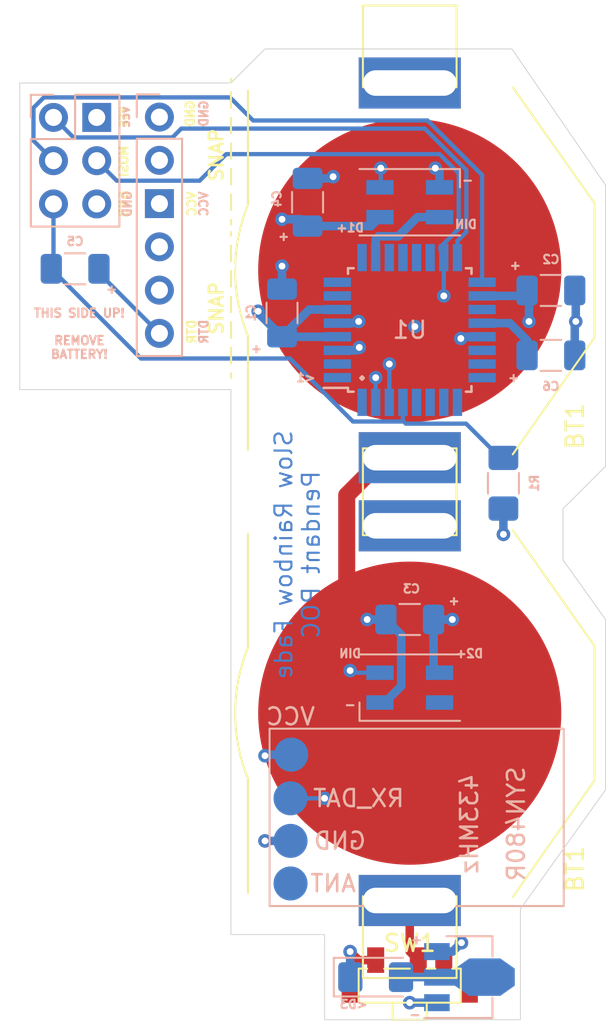
<source format=kicad_pcb>
(kicad_pcb (version 20171130) (host pcbnew "(5.1.6)-1")

  (general
    (thickness 1.6)
    (drawings 52)
    (tracks 164)
    (zones 0)
    (modules 20)
    (nets 37)
  )

  (page A4)
  (layers
    (0 F.Cu signal)
    (1 In1.Cu_GND power hide)
    (2 In2.Cu_vREG power hide)
    (31 B.Cu signal)
    (32 B.Adhes user hide)
    (33 F.Adhes user hide)
    (34 B.Paste user)
    (35 F.Paste user hide)
    (36 B.SilkS user)
    (37 F.SilkS user hide)
    (38 B.Mask user)
    (39 F.Mask user hide)
    (40 Dwgs.User user hide)
    (41 Cmts.User user hide)
    (42 Eco1.User user hide)
    (43 Eco2.User user hide)
    (44 Edge.Cuts user)
    (45 Margin user hide)
    (46 B.CrtYd user)
    (47 F.CrtYd user hide)
    (48 B.Fab user)
    (49 F.Fab user hide)
  )

  (setup
    (last_trace_width 0.25)
    (user_trace_width 0.5)
    (user_trace_width 1)
    (trace_clearance 0.2)
    (zone_clearance 0.508)
    (zone_45_only no)
    (trace_min 0.2)
    (via_size 0.8)
    (via_drill 0.4)
    (via_min_size 0.4)
    (via_min_drill 0.3)
    (uvia_size 0.3)
    (uvia_drill 0.1)
    (uvias_allowed no)
    (uvia_min_size 0.2)
    (uvia_min_drill 0.1)
    (edge_width 0.05)
    (segment_width 0.2)
    (pcb_text_width 0.3)
    (pcb_text_size 1.5 1.5)
    (mod_edge_width 0.12)
    (mod_text_size 1 1)
    (mod_text_width 0.15)
    (pad_size 1.7 1.7)
    (pad_drill 1)
    (pad_to_mask_clearance 0.051)
    (solder_mask_min_width 0.25)
    (aux_axis_origin 0 0)
    (visible_elements 7FFFFFFF)
    (pcbplotparams
      (layerselection 0x010f0_ffffffff)
      (usegerberextensions false)
      (usegerberattributes false)
      (usegerberadvancedattributes false)
      (creategerberjobfile false)
      (excludeedgelayer true)
      (linewidth 0.100000)
      (plotframeref false)
      (viasonmask false)
      (mode 1)
      (useauxorigin false)
      (hpglpennumber 1)
      (hpglpenspeed 20)
      (hpglpendiameter 15.000000)
      (psnegative false)
      (psa4output false)
      (plotreference true)
      (plotvalue true)
      (plotinvisibletext false)
      (padsonsilk false)
      (subtractmaskfromsilk false)
      (outputformat 1)
      (mirror false)
      (drillshape 0)
      (scaleselection 1)
      (outputdirectory "plot/"))
  )

  (net 0 "")
  (net 1 GND)
  (net 2 vCC_REG)
  (net 3 "Net-(D2-Pad2)")
  (net 4 "Net-(U1-Pad32)")
  (net 5 "Net-(U1-Pad28)")
  (net 6 "Net-(U1-Pad27)")
  (net 7 "Net-(U1-Pad26)")
  (net 8 "Net-(U1-Pad25)")
  (net 9 "Net-(U1-Pad24)")
  (net 10 "Net-(U1-Pad23)")
  (net 11 "Net-(U1-Pad22)")
  (net 12 "Net-(U1-Pad19)")
  (net 13 "Net-(U1-Pad14)")
  (net 14 "Net-(U1-Pad13)")
  (net 15 "Net-(U1-Pad12)")
  (net 16 "Net-(U1-Pad11)")
  (net 17 "Net-(U1-Pad9)")
  (net 18 "Net-(U1-Pad8)")
  (net 19 "Net-(U1-Pad7)")
  (net 20 "Net-(U1-Pad2)")
  (net 21 "Net-(U1-Pad1)")
  (net 22 vBatt)
  (net 23 LED1DIN)
  (net 24 vBattSwitched)
  (net 25 RXDATA)
  (net 26 DAT_LED-LED)
  (net 27 VBattSwitchedProtected)
  (net 28 vBattSeries)
  (net 29 RST)
  (net 30 "Net-(C5-Pad1)")
  (net 31 MOSI)
  (net 32 SCK)
  (net 33 FTDI_RX)
  (net 34 FTDI_TX)
  (net 35 MISO)
  (net 36 "Net-(C6-Pad1)")

  (net_class Default "This is the default net class."
    (clearance 0.2)
    (trace_width 0.25)
    (via_dia 0.8)
    (via_drill 0.4)
    (uvia_dia 0.3)
    (uvia_drill 0.1)
    (add_net DAT_LED-LED)
    (add_net FTDI_RX)
    (add_net FTDI_TX)
    (add_net GND)
    (add_net LED1DIN)
    (add_net MISO)
    (add_net MOSI)
    (add_net "Net-(C5-Pad1)")
    (add_net "Net-(C6-Pad1)")
    (add_net "Net-(D2-Pad2)")
    (add_net "Net-(U1-Pad1)")
    (add_net "Net-(U1-Pad11)")
    (add_net "Net-(U1-Pad12)")
    (add_net "Net-(U1-Pad13)")
    (add_net "Net-(U1-Pad14)")
    (add_net "Net-(U1-Pad19)")
    (add_net "Net-(U1-Pad2)")
    (add_net "Net-(U1-Pad22)")
    (add_net "Net-(U1-Pad23)")
    (add_net "Net-(U1-Pad24)")
    (add_net "Net-(U1-Pad25)")
    (add_net "Net-(U1-Pad26)")
    (add_net "Net-(U1-Pad27)")
    (add_net "Net-(U1-Pad28)")
    (add_net "Net-(U1-Pad32)")
    (add_net "Net-(U1-Pad7)")
    (add_net "Net-(U1-Pad8)")
    (add_net "Net-(U1-Pad9)")
    (add_net RST)
    (add_net RXDATA)
    (add_net SCK)
    (add_net VBattSwitchedProtected)
    (add_net vBatt)
    (add_net vBattSeries)
    (add_net vBattSwitched)
    (add_net vCC_REG)
  )

  (module Battery:BatteryHolder_Keystone_3002_1x2032 (layer F.Cu) (tedit 5ED2AED5) (tstamp 5E7BD46D)
    (at 89.5 131.5 90)
    (descr https://www.tme.eu/it/Document/a823211ec201a9e209042d155fe22d2b/KEYS2996.pdf)
    (tags "BR2016 CR2016 DL2016 BR2020 CL2020 BR2025 CR2025 DL2025 DR2032 CR2032 DL2032")
    (path /5E52D5E8)
    (attr smd)
    (fp_text reference BT1 (at -9.15 9.7 90) (layer F.SilkS)
      (effects (font (size 1 1) (thickness 0.15)))
    )
    (fp_text value Battery_Cell (at 0 -11 90) (layer F.Fab)
      (effects (font (size 1 1) (thickness 0.15)))
    )
    (fp_line (start 15.55 -2.75) (end 10.75 -2.75) (layer F.SilkS) (width 0.12))
    (fp_line (start 15.55 2.75) (end 15.55 -2.75) (layer F.SilkS) (width 0.12))
    (fp_line (start 10.75 2.75) (end 15.55 2.75) (layer F.SilkS) (width 0.12))
    (fp_line (start -15.55 2.75) (end -10.75 2.75) (layer F.SilkS) (width 0.12))
    (fp_line (start -15.55 -2.75) (end -15.55 2.75) (layer F.SilkS) (width 0.12))
    (fp_line (start -10.75 -2.75) (end -15.55 -2.75) (layer F.SilkS) (width 0.12))
    (fp_line (start -15.85 3.05) (end -15.85 -3.05) (layer F.CrtYd) (width 0.05))
    (fp_line (start -11.05 3.05) (end -15.85 3.05) (layer F.CrtYd) (width 0.05))
    (fp_line (start -11.05 6.35) (end -11.05 3.05) (layer F.CrtYd) (width 0.05))
    (fp_line (start -4.3 11.1) (end -11.05 6.35) (layer F.CrtYd) (width 0.05))
    (fp_line (start 4.3 11.1) (end -4.3 11.1) (layer F.CrtYd) (width 0.05))
    (fp_line (start 11.05 6.35) (end 4.3 11.1) (layer F.CrtYd) (width 0.05))
    (fp_line (start 11.05 3.05) (end 11.05 6.35) (layer F.CrtYd) (width 0.05))
    (fp_line (start 15.85 3.05) (end 11.05 3.05) (layer F.CrtYd) (width 0.05))
    (fp_line (start 15.85 -3.05) (end 15.85 3.05) (layer F.CrtYd) (width 0.05))
    (fp_line (start 11.05 -3.05) (end 15.85 -3.05) (layer F.CrtYd) (width 0.05))
    (fp_line (start 11.05 -9.8) (end 11.05 -3.05) (layer F.CrtYd) (width 0.05))
    (fp_line (start 11.05 -9.8) (end 3.9 -9.8) (layer F.CrtYd) (width 0.05))
    (fp_line (start -11.05 -9.8) (end -3.9 -9.8) (layer F.CrtYd) (width 0.05))
    (fp_line (start -11.05 -3.05) (end -11.05 -9.8) (layer F.CrtYd) (width 0.05))
    (fp_line (start -15.85 -3.05) (end -11.05 -3.05) (layer F.CrtYd) (width 0.05))
    (fp_line (start 10.55 -9.5) (end 3.85 -9.5) (layer F.SilkS) (width 0.12))
    (fp_line (start -10.55 -9.5) (end -3.85 -9.5) (layer F.SilkS) (width 0.12))
    (fp_circle (center 0 0) (end 10 0) (layer Dwgs.User) (width 0.2))
    (fp_line (start 10.55 5.9) (end 3.8 10.6) (layer F.Fab) (width 0.1))
    (fp_line (start 3.95 10.85) (end 10.75 6.05) (layer F.SilkS) (width 0.12))
    (fp_line (start -3.95 10.85) (end 3.95 10.85) (layer F.SilkS) (width 0.12))
    (fp_line (start -10.8 6.05) (end -3.95 10.85) (layer F.SilkS) (width 0.12))
    (fp_line (start -10.55 5.85) (end -3.8 10.6) (layer F.Fab) (width 0.1))
    (fp_line (start -10.55 -2.55) (end -10.55 -9.3) (layer F.Fab) (width 0.1))
    (fp_line (start 10.55 -9.3) (end -10.55 -9.3) (layer F.Fab) (width 0.1))
    (fp_line (start 10.55 -2.55) (end 10.55 -9.3) (layer F.Fab) (width 0.1))
    (fp_line (start 15.35 -2.55) (end 10.55 -2.55) (layer F.Fab) (width 0.1))
    (fp_line (start 15.35 2.55) (end 15.35 -2.55) (layer F.Fab) (width 0.1))
    (fp_line (start 10.55 2.55) (end 15.35 2.55) (layer F.Fab) (width 0.1))
    (fp_line (start -3.8 10.6) (end 3.8 10.6) (layer F.Fab) (width 0.1))
    (fp_line (start 10.55 2.55) (end 10.55 5.9) (layer F.Fab) (width 0.1))
    (fp_line (start -10.55 2.55) (end -10.55 5.85) (layer F.Fab) (width 0.1))
    (fp_line (start -15.35 -2.55) (end -10.55 -2.55) (layer F.Fab) (width 0.1))
    (fp_line (start -15.35 2.55) (end -10.55 2.55) (layer F.Fab) (width 0.1))
    (fp_line (start -15.35 -2.55) (end -15.35 2.55) (layer F.Fab) (width 0.1))
    (fp_text user %R (at -9.15 9.7 90) (layer F.Fab)
      (effects (font (size 1 1) (thickness 0.15)))
    )
    (fp_arc (start 0 0) (end 3.9 -9.8) (angle -43.40107348) (layer F.CrtYd) (width 0.05))
    (fp_arc (start 0 0) (end 3.85 -9.5) (angle -44.1) (layer F.SilkS) (width 0.12))
    (pad 1 thru_hole rect (at 11 0 90) (size 3 6) (drill oval 1.5 5.5) (layers *.Cu *.Mask)
      (net 22 vBatt))
    (pad 1 thru_hole rect (at -11 0 90) (size 3 6) (drill oval 1.5 5.5) (layers *.Cu *.Mask)
      (net 22 vBatt))
    (pad 2 smd circle (at 0 0 90) (size 17.8 17.8) (layers F.Cu F.Mask)
      (net 28 vBattSeries))
    (model ${KISYS3DMOD}/Battery.3dshapes/BatteryHolder_Keystone_3002_1x2032.wrl
      (at (xyz 0 0 0))
      (scale (xyz 1 1 1))
      (rotate (xyz 0 0 0))
    )
  )

  (module Battery:BatteryHolder_Keystone_3002_1x2032 (layer F.Cu) (tedit 5ED2AEA4) (tstamp 5ED2B156)
    (at 89.5 105.5 90)
    (descr https://www.tme.eu/it/Document/a823211ec201a9e209042d155fe22d2b/KEYS2996.pdf)
    (tags "BR2016 CR2016 DL2016 BR2020 CL2020 BR2025 CR2025 DL2025 DR2032 CR2032 DL2032")
    (path /5E52D5E8)
    (attr smd)
    (fp_text reference BT1 (at -9.15 9.7 90) (layer F.SilkS)
      (effects (font (size 1 1) (thickness 0.15)))
    )
    (fp_text value Battery_Cell (at 0 -11 90) (layer F.Fab)
      (effects (font (size 1 1) (thickness 0.15)))
    )
    (fp_line (start 15.55 -2.75) (end 10.75 -2.75) (layer F.SilkS) (width 0.12))
    (fp_line (start 15.55 2.75) (end 15.55 -2.75) (layer F.SilkS) (width 0.12))
    (fp_line (start 10.75 2.75) (end 15.55 2.75) (layer F.SilkS) (width 0.12))
    (fp_line (start -15.55 2.75) (end -10.75 2.75) (layer F.SilkS) (width 0.12))
    (fp_line (start -15.55 -2.75) (end -15.55 2.75) (layer F.SilkS) (width 0.12))
    (fp_line (start -10.75 -2.75) (end -15.55 -2.75) (layer F.SilkS) (width 0.12))
    (fp_line (start -15.85 3.05) (end -15.85 -3.05) (layer F.CrtYd) (width 0.05))
    (fp_line (start -11.05 3.05) (end -15.85 3.05) (layer F.CrtYd) (width 0.05))
    (fp_line (start -11.05 6.35) (end -11.05 3.05) (layer F.CrtYd) (width 0.05))
    (fp_line (start -4.3 11.1) (end -11.05 6.35) (layer F.CrtYd) (width 0.05))
    (fp_line (start 4.3 11.1) (end -4.3 11.1) (layer F.CrtYd) (width 0.05))
    (fp_line (start 11.05 6.35) (end 4.3 11.1) (layer F.CrtYd) (width 0.05))
    (fp_line (start 11.05 3.05) (end 11.05 6.35) (layer F.CrtYd) (width 0.05))
    (fp_line (start 15.85 3.05) (end 11.05 3.05) (layer F.CrtYd) (width 0.05))
    (fp_line (start 15.85 -3.05) (end 15.85 3.05) (layer F.CrtYd) (width 0.05))
    (fp_line (start 11.05 -3.05) (end 15.85 -3.05) (layer F.CrtYd) (width 0.05))
    (fp_line (start 11.05 -9.8) (end 11.05 -3.05) (layer F.CrtYd) (width 0.05))
    (fp_line (start 11.05 -9.8) (end 3.9 -9.8) (layer F.CrtYd) (width 0.05))
    (fp_line (start -11.05 -9.8) (end -3.9 -9.8) (layer F.CrtYd) (width 0.05))
    (fp_line (start -11.05 -3.05) (end -11.05 -9.8) (layer F.CrtYd) (width 0.05))
    (fp_line (start -15.85 -3.05) (end -11.05 -3.05) (layer F.CrtYd) (width 0.05))
    (fp_line (start 10.55 -9.5) (end 3.85 -9.5) (layer F.SilkS) (width 0.12))
    (fp_line (start -10.55 -9.5) (end -3.85 -9.5) (layer F.SilkS) (width 0.12))
    (fp_circle (center 0 0) (end 10 0) (layer Dwgs.User) (width 0.2))
    (fp_line (start 10.55 5.9) (end 3.8 10.6) (layer F.Fab) (width 0.1))
    (fp_line (start 3.95 10.85) (end 10.75 6.05) (layer F.SilkS) (width 0.12))
    (fp_line (start -3.95 10.85) (end 3.95 10.85) (layer F.SilkS) (width 0.12))
    (fp_line (start -10.8 6.05) (end -3.95 10.85) (layer F.SilkS) (width 0.12))
    (fp_line (start -10.55 5.85) (end -3.8 10.6) (layer F.Fab) (width 0.1))
    (fp_line (start -10.55 -2.55) (end -10.55 -9.3) (layer F.Fab) (width 0.1))
    (fp_line (start 10.55 -9.3) (end -10.55 -9.3) (layer F.Fab) (width 0.1))
    (fp_line (start 10.55 -2.55) (end 10.55 -9.3) (layer F.Fab) (width 0.1))
    (fp_line (start 15.35 -2.55) (end 10.55 -2.55) (layer F.Fab) (width 0.1))
    (fp_line (start 15.35 2.55) (end 15.35 -2.55) (layer F.Fab) (width 0.1))
    (fp_line (start 10.55 2.55) (end 15.35 2.55) (layer F.Fab) (width 0.1))
    (fp_line (start -3.8 10.6) (end 3.8 10.6) (layer F.Fab) (width 0.1))
    (fp_line (start 10.55 2.55) (end 10.55 5.9) (layer F.Fab) (width 0.1))
    (fp_line (start -10.55 2.55) (end -10.55 5.85) (layer F.Fab) (width 0.1))
    (fp_line (start -15.35 -2.55) (end -10.55 -2.55) (layer F.Fab) (width 0.1))
    (fp_line (start -15.35 2.55) (end -10.55 2.55) (layer F.Fab) (width 0.1))
    (fp_line (start -15.35 -2.55) (end -15.35 2.55) (layer F.Fab) (width 0.1))
    (fp_text user %R (at -9.15 9.7 90) (layer F.Fab)
      (effects (font (size 1 1) (thickness 0.15)))
    )
    (fp_arc (start 0 0) (end 3.9 -9.8) (angle -43.40107348) (layer F.CrtYd) (width 0.05))
    (fp_arc (start 0 0) (end 3.85 -9.5) (angle -44.1) (layer F.SilkS) (width 0.12))
    (pad 1 thru_hole rect (at 11 0 90) (size 3 6) (drill oval 1.5 5.5) (layers *.Cu *.Mask)
      (net 28 vBattSeries))
    (pad 1 thru_hole rect (at -11 0 90) (size 3 6) (drill oval 1.5 5.5) (layers *.Cu *.Mask)
      (net 28 vBattSeries))
    (pad 2 smd circle (at 0 0 90) (size 17.8 17.8) (layers F.Cu F.Mask)
      (net 28 vBattSeries))
    (model ${KISYS3DMOD}/Battery.3dshapes/BatteryHolder_Keystone_3002_1x2032.wrl
      (at (xyz 0 0 0))
      (scale (xyz 1 1 1))
      (rotate (xyz 0 0 0))
    )
  )

  (module "SRF Pendants:snap-break-line-2.54mm" (layer F.Cu) (tedit 5ED27FDE) (tstamp 5ED278A3)
    (at 78.5 107.75 90)
    (fp_text reference break-line-2.54mm (at 0 -0.4064 90) (layer F.SilkS) hide
      (effects (font (size 1 1) (thickness 0.2)))
    )
    (fp_text value VAL** (at 0 2.1 90) (layer F.SilkS) hide
      (effects (font (size 1 1) (thickness 0.2)))
    )
    (fp_line (start -4.064 0.508) (end 4.5 0.5) (layer F.SilkS) (width 0.12))
    (fp_text user SNAP (at 0.0254 -0.3556 90) (layer F.SilkS)
      (effects (font (size 0.8 0.8) (thickness 0.15)))
    )
    (pad "" np_thru_hole circle (at 4 0.5 90) (size 0.5 0.5) (drill 0.5) (layers *.Cu *.Mask))
    (pad "" np_thru_hole circle (at 2.5 0.5 90) (size 0.5 0.5) (drill 0.5) (layers *.Cu *.Mask))
    (pad "" np_thru_hole circle (at 1 0.5 90) (size 0.5 0.5) (drill 0.5) (layers *.Cu *.Mask))
    (pad "" np_thru_hole circle (at -3.5 0.5 90) (size 0.5 0.5) (drill 0.5) (layers *.Cu *.Mask))
    (pad "" np_thru_hole circle (at -2 0.5 90) (size 0.5 0.5) (drill 0.5) (layers *.Cu *.Mask))
    (pad "" np_thru_hole circle (at -0.5 0.5 90) (size 0.5 0.5) (drill 0.5) (layers *.Cu *.Mask))
  )

  (module "SRF Pendants:snap-break-line-2.54mm" (layer F.Cu) (tedit 5ED27FDE) (tstamp 5ED257F9)
    (at 78.5 98.75 90)
    (fp_text reference break-line-2.54mm (at 0 -0.4064 90) (layer F.SilkS) hide
      (effects (font (size 1 1) (thickness 0.2)))
    )
    (fp_text value VAL** (at 0 2.1 90) (layer F.SilkS) hide
      (effects (font (size 1 1) (thickness 0.2)))
    )
    (fp_line (start -4.064 0.508) (end 4.5 0.5) (layer F.SilkS) (width 0.12))
    (fp_text user SNAP (at 0.0254 -0.3556 90) (layer F.SilkS)
      (effects (font (size 0.8 0.8) (thickness 0.15)))
    )
    (pad "" np_thru_hole circle (at 4 0.5 90) (size 0.5 0.5) (drill 0.5) (layers *.Cu *.Mask))
    (pad "" np_thru_hole circle (at 2.5 0.5 90) (size 0.5 0.5) (drill 0.5) (layers *.Cu *.Mask))
    (pad "" np_thru_hole circle (at 1 0.5 90) (size 0.5 0.5) (drill 0.5) (layers *.Cu *.Mask))
    (pad "" np_thru_hole circle (at -3.5 0.5 90) (size 0.5 0.5) (drill 0.5) (layers *.Cu *.Mask))
    (pad "" np_thru_hole circle (at -2 0.5 90) (size 0.5 0.5) (drill 0.5) (layers *.Cu *.Mask))
    (pad "" np_thru_hole circle (at -0.5 0.5 90) (size 0.5 0.5) (drill 0.5) (layers *.Cu *.Mask))
  )

  (module Capacitor_SMD:C_1206_3216Metric (layer B.Cu) (tedit 5B301BBE) (tstamp 5ED28D96)
    (at 97.79 110.49)
    (descr "Capacitor SMD 1206 (3216 Metric), square (rectangular) end terminal, IPC_7351 nominal, (Body size source: http://www.tortai-tech.com/upload/download/2011102023233369053.pdf), generated with kicad-footprint-generator")
    (tags capacitor)
    (path /5ED2A670)
    (attr smd)
    (fp_text reference C6 (at 0 1.82) (layer B.SilkS)
      (effects (font (size 0.5 0.5) (thickness 0.125)) (justify mirror))
    )
    (fp_text value C_Small (at 0 -1.82) (layer B.Fab)
      (effects (font (size 1 1) (thickness 0.15)) (justify mirror))
    )
    (fp_line (start 2.28 -1.12) (end -2.28 -1.12) (layer B.CrtYd) (width 0.05))
    (fp_line (start 2.28 1.12) (end 2.28 -1.12) (layer B.CrtYd) (width 0.05))
    (fp_line (start -2.28 1.12) (end 2.28 1.12) (layer B.CrtYd) (width 0.05))
    (fp_line (start -2.28 -1.12) (end -2.28 1.12) (layer B.CrtYd) (width 0.05))
    (fp_line (start -0.602064 -0.91) (end 0.602064 -0.91) (layer B.SilkS) (width 0.12))
    (fp_line (start -0.602064 0.91) (end 0.602064 0.91) (layer B.SilkS) (width 0.12))
    (fp_line (start 1.6 -0.8) (end -1.6 -0.8) (layer B.Fab) (width 0.1))
    (fp_line (start 1.6 0.8) (end 1.6 -0.8) (layer B.Fab) (width 0.1))
    (fp_line (start -1.6 0.8) (end 1.6 0.8) (layer B.Fab) (width 0.1))
    (fp_line (start -1.6 -0.8) (end -1.6 0.8) (layer B.Fab) (width 0.1))
    (fp_text user %R (at 0 0) (layer B.Fab)
      (effects (font (size 0.8 0.8) (thickness 0.12)) (justify mirror))
    )
    (pad 2 smd roundrect (at 1.4 0) (size 1.25 1.75) (layers B.Cu B.Paste B.Mask) (roundrect_rratio 0.2)
      (net 1 GND))
    (pad 1 smd roundrect (at -1.4 0) (size 1.25 1.75) (layers B.Cu B.Paste B.Mask) (roundrect_rratio 0.2)
      (net 36 "Net-(C6-Pad1)"))
    (model ${KISYS3DMOD}/Capacitor_SMD.3dshapes/C_1206_3216Metric.wrl
      (at (xyz 0 0 0))
      (scale (xyz 1 1 1))
      (rotate (xyz 0 0 0))
    )
  )

  (module Connector_PinSocket_2.54mm:PinSocket_2x03_P2.54mm_Vertical (layer B.Cu) (tedit 5ED27D56) (tstamp 5ED276D0)
    (at 68.58 96.52 180)
    (descr "Through hole straight socket strip, 2x03, 2.54mm pitch, double cols (from Kicad 4.0.7), script generated")
    (tags "Through hole socket strip THT 2x03 2.54mm double row")
    (path /5ED15D2B)
    (fp_text reference J1 (at -1.27 2.77) (layer B.SilkS) hide
      (effects (font (size 1 1) (thickness 0.15)) (justify mirror))
    )
    (fp_text value AVR-ISP-6 (at -1.27 -7.85) (layer B.Fab)
      (effects (font (size 1 1) (thickness 0.15)) (justify mirror))
    )
    (fp_line (start -3.81 1.27) (end 0.27 1.27) (layer B.Fab) (width 0.1))
    (fp_line (start 0.27 1.27) (end 1.27 0.27) (layer B.Fab) (width 0.1))
    (fp_line (start 1.27 0.27) (end 1.27 -6.35) (layer B.Fab) (width 0.1))
    (fp_line (start 1.27 -6.35) (end -3.81 -6.35) (layer B.Fab) (width 0.1))
    (fp_line (start -3.81 -6.35) (end -3.81 1.27) (layer B.Fab) (width 0.1))
    (fp_line (start -3.87 1.33) (end -1.27 1.33) (layer B.SilkS) (width 0.12))
    (fp_line (start -3.87 1.33) (end -3.87 -6.41) (layer B.SilkS) (width 0.12))
    (fp_line (start -3.87 -6.41) (end 1.33 -6.41) (layer B.SilkS) (width 0.12))
    (fp_line (start 1.33 -1.27) (end 1.33 -6.41) (layer B.SilkS) (width 0.12))
    (fp_line (start -1.27 -1.27) (end 1.33 -1.27) (layer B.SilkS) (width 0.12))
    (fp_line (start -1.27 1.33) (end -1.27 -1.27) (layer B.SilkS) (width 0.12))
    (fp_line (start 1.33 1.33) (end 1.33 0) (layer B.SilkS) (width 0.12))
    (fp_line (start 0 1.33) (end 1.33 1.33) (layer B.SilkS) (width 0.12))
    (fp_line (start -4.34 1.8) (end 1.76 1.8) (layer B.CrtYd) (width 0.05))
    (fp_line (start 1.76 1.8) (end 1.76 -6.85) (layer B.CrtYd) (width 0.05))
    (fp_line (start 1.76 -6.85) (end -4.34 -6.85) (layer B.CrtYd) (width 0.05))
    (fp_line (start -4.34 -6.85) (end -4.34 1.8) (layer B.CrtYd) (width 0.05))
    (fp_text user %R (at -1.27 -2.54 270) (layer B.Fab)
      (effects (font (size 1 1) (thickness 0.15)) (justify mirror))
    )
    (pad 6 thru_hole oval (at -2.54 -5.08 180) (size 1.7 1.7) (drill 1) (layers *.Cu *.Mask)
      (net 1 GND))
    (pad 5 thru_hole oval (at 0 -5.08 180) (size 1.7 1.7) (drill 1) (layers *.Cu *.Mask)
      (net 29 RST))
    (pad 4 thru_hole oval (at -2.54 -2.54 180) (size 1.7 1.7) (drill 1) (layers *.Cu *.Mask)
      (net 31 MOSI))
    (pad 3 thru_hole oval (at 0 -2.54 180) (size 1.7 1.7) (drill 1) (layers *.Cu *.Mask)
      (net 32 SCK))
    (pad 2 thru_hole rect (at -2.54 0 180) (size 1.7 1.7) (drill 1) (layers *.Cu *.Mask)
      (net 2 vCC_REG))
    (pad 1 thru_hole circle (at 0 0 180) (size 1.7 1.7) (drill 1) (layers *.Cu *.Mask)
      (net 35 MISO))
    (model ${KISYS3DMOD}/Connector_PinSocket_2.54mm.3dshapes/PinSocket_2x03_P2.54mm_Vertical.wrl
      (at (xyz 0 0 0))
      (scale (xyz 1 1 1))
      (rotate (xyz 0 0 0))
    )
  )

  (module Connector_PinSocket_2.54mm:PinSocket_1x06_P2.54mm_Vertical (layer B.Cu) (tedit 5ED2B231) (tstamp 5ED276B4)
    (at 74.8 96.5 180)
    (descr "Through hole straight socket strip, 1x06, 2.54mm pitch, single row (from Kicad 4.0.7), script generated")
    (tags "Through hole socket strip THT 1x06 2.54mm single row")
    (path /5ED39731)
    (fp_text reference H1 (at 0 2.77) (layer B.SilkS) hide
      (effects (font (size 1 1) (thickness 0.15)) (justify mirror))
    )
    (fp_text value FTDIHeader (at 0 -15.47) (layer B.Fab)
      (effects (font (size 1 1) (thickness 0.15)) (justify mirror))
    )
    (fp_line (start -1.27 1.27) (end 0.635 1.27) (layer B.Fab) (width 0.1))
    (fp_line (start 0.635 1.27) (end 1.27 0.635) (layer B.Fab) (width 0.1))
    (fp_line (start 1.27 0.635) (end 1.27 -13.97) (layer B.Fab) (width 0.1))
    (fp_line (start 1.27 -13.97) (end -1.27 -13.97) (layer B.Fab) (width 0.1))
    (fp_line (start -1.27 -13.97) (end -1.27 1.27) (layer B.Fab) (width 0.1))
    (fp_line (start -1.33 -1.27) (end 1.33 -1.27) (layer B.SilkS) (width 0.12))
    (fp_line (start -1.33 -1.27) (end -1.33 -14.03) (layer B.SilkS) (width 0.12))
    (fp_line (start -1.33 -14.03) (end 1.33 -14.03) (layer B.SilkS) (width 0.12))
    (fp_line (start 1.33 -1.27) (end 1.33 -14.03) (layer B.SilkS) (width 0.12))
    (fp_line (start 1.33 1.33) (end 1.33 0) (layer B.SilkS) (width 0.12))
    (fp_line (start 0 1.33) (end 1.33 1.33) (layer B.SilkS) (width 0.12))
    (fp_line (start -1.8 1.8) (end 1.75 1.8) (layer B.CrtYd) (width 0.05))
    (fp_line (start 1.75 1.8) (end 1.75 -14.45) (layer B.CrtYd) (width 0.05))
    (fp_line (start 1.75 -14.45) (end -1.8 -14.45) (layer B.CrtYd) (width 0.05))
    (fp_line (start -1.8 -14.45) (end -1.8 1.8) (layer B.CrtYd) (width 0.05))
    (fp_text user %R (at 0 -6.35 270) (layer B.Fab)
      (effects (font (size 1 1) (thickness 0.15)) (justify mirror))
    )
    (pad 6 thru_hole oval (at 0 -12.7 180) (size 1.7 1.7) (drill 1) (layers *.Cu *.Mask)
      (net 30 "Net-(C5-Pad1)"))
    (pad 5 thru_hole oval (at 0 -10.16 180) (size 1.7 1.7) (drill 1) (layers *.Cu *.Mask)
      (net 34 FTDI_TX))
    (pad 4 thru_hole oval (at 0 -7.62 180) (size 1.7 1.7) (drill 1) (layers *.Cu *.Mask)
      (net 33 FTDI_RX))
    (pad 3 thru_hole rect (at 0 -5.08 180) (size 1.7 1.7) (drill 1) (layers *.Cu *.Mask)
      (net 2 vCC_REG))
    (pad 2 thru_hole oval (at 0 -2.54 180) (size 1.7 1.7) (drill 1) (layers *.Cu *.Mask))
    (pad 1 thru_hole circle (at 0 0 180) (size 1.7 1.7) (drill 1) (layers *.Cu *.Mask)
      (net 1 GND))
    (model ${KISYS3DMOD}/Connector_PinSocket_2.54mm.3dshapes/PinSocket_1x06_P2.54mm_Vertical.wrl
      (at (xyz 0 0 0))
      (scale (xyz 1 1 1))
      (rotate (xyz 0 0 0))
    )
  )

  (module Capacitor_SMD:C_1206_3216Metric (layer B.Cu) (tedit 5B301BBE) (tstamp 5ED2761E)
    (at 69.85 105.41 180)
    (descr "Capacitor SMD 1206 (3216 Metric), square (rectangular) end terminal, IPC_7351 nominal, (Body size source: http://www.tortai-tech.com/upload/download/2011102023233369053.pdf), generated with kicad-footprint-generator")
    (tags capacitor)
    (path /5ED49A05)
    (attr smd)
    (fp_text reference C5 (at 0 1.61) (layer B.SilkS)
      (effects (font (size 0.5 0.5) (thickness 0.125)) (justify mirror))
    )
    (fp_text value C_Small (at 0 -1.82) (layer B.Fab)
      (effects (font (size 1 1) (thickness 0.15)) (justify mirror))
    )
    (fp_line (start -1.6 -0.8) (end -1.6 0.8) (layer B.Fab) (width 0.1))
    (fp_line (start -1.6 0.8) (end 1.6 0.8) (layer B.Fab) (width 0.1))
    (fp_line (start 1.6 0.8) (end 1.6 -0.8) (layer B.Fab) (width 0.1))
    (fp_line (start 1.6 -0.8) (end -1.6 -0.8) (layer B.Fab) (width 0.1))
    (fp_line (start -0.602064 0.91) (end 0.602064 0.91) (layer B.SilkS) (width 0.12))
    (fp_line (start -0.602064 -0.91) (end 0.602064 -0.91) (layer B.SilkS) (width 0.12))
    (fp_line (start -2.28 -1.12) (end -2.28 1.12) (layer B.CrtYd) (width 0.05))
    (fp_line (start -2.28 1.12) (end 2.28 1.12) (layer B.CrtYd) (width 0.05))
    (fp_line (start 2.28 1.12) (end 2.28 -1.12) (layer B.CrtYd) (width 0.05))
    (fp_line (start 2.28 -1.12) (end -2.28 -1.12) (layer B.CrtYd) (width 0.05))
    (fp_text user %R (at 0 0) (layer B.Fab)
      (effects (font (size 0.8 0.8) (thickness 0.12)) (justify mirror))
    )
    (pad 2 smd roundrect (at 1.4 0 180) (size 1.25 1.75) (layers B.Cu B.Paste B.Mask) (roundrect_rratio 0.2)
      (net 29 RST))
    (pad 1 smd roundrect (at -1.4 0 180) (size 1.25 1.75) (layers B.Cu B.Paste B.Mask) (roundrect_rratio 0.2)
      (net 30 "Net-(C5-Pad1)"))
    (model ${KISYS3DMOD}/Capacitor_SMD.3dshapes/C_1206_3216Metric.wrl
      (at (xyz 0 0 0))
      (scale (xyz 1 1 1))
      (rotate (xyz 0 0 0))
    )
  )

  (module LED_SMD:LED_SK6812MINI_PLCC4_3.5x3.5mm_P1.75mm (layer B.Cu) (tedit 5AA4B22F) (tstamp 5E7AB7EB)
    (at 89.5 130 180)
    (descr https://cdn-shop.adafruit.com/product-files/2686/SK6812MINI_REV.01-1-2.pdf)
    (tags "LED RGB NeoPixel Mini")
    (path /5E52CF8C)
    (attr smd)
    (fp_text reference - (at 3.5 -1 180) (layer B.SilkS)
      (effects (font (size 0.5 0.5) (thickness 0.125)) (justify mirror))
    )
    (fp_text value WS2812B (at 0 -3.25) (layer B.Fab)
      (effects (font (size 1 1) (thickness 0.15)) (justify mirror))
    )
    (fp_circle (center 0 0) (end 0 1.5) (layer B.Fab) (width 0.1))
    (fp_line (start 2.95 -1.95) (end 2.95 -0.875) (layer B.SilkS) (width 0.12))
    (fp_line (start -2.95 -1.95) (end 2.95 -1.95) (layer B.SilkS) (width 0.12))
    (fp_line (start -2.95 1.95) (end 2.95 1.95) (layer B.SilkS) (width 0.12))
    (fp_line (start 1.75 1.75) (end -1.75 1.75) (layer B.Fab) (width 0.1))
    (fp_line (start 1.75 -1.75) (end 1.75 1.75) (layer B.Fab) (width 0.1))
    (fp_line (start -1.75 -1.75) (end 1.75 -1.75) (layer B.Fab) (width 0.1))
    (fp_line (start -1.75 1.75) (end -1.75 -1.75) (layer B.Fab) (width 0.1))
    (fp_line (start 1.75 -0.75) (end 0.75 -1.75) (layer B.Fab) (width 0.1))
    (fp_line (start -2.8 2) (end -2.8 -2) (layer B.CrtYd) (width 0.05))
    (fp_line (start -2.8 -2) (end 2.8 -2) (layer B.CrtYd) (width 0.05))
    (fp_line (start 2.8 -2) (end 2.8 2) (layer B.CrtYd) (width 0.05))
    (fp_line (start 2.8 2) (end -2.8 2) (layer B.CrtYd) (width 0.05))
    (fp_text user %R (at 0 0) (layer B.Fab)
      (effects (font (size 0.5 0.5) (thickness 0.1)) (justify mirror))
    )
    (fp_text user D2+ (at -3.5 2 180) (layer B.SilkS)
      (effects (font (size 0.5 0.5) (thickness 0.125)) (justify mirror))
    )
    (pad 1 smd rect (at -1.75 0.875 180) (size 1.6 0.85) (layers B.Cu B.Paste B.Mask)
      (net 2 vCC_REG))
    (pad 2 smd rect (at -1.75 -0.875 180) (size 1.6 0.85) (layers B.Cu B.Paste B.Mask)
      (net 3 "Net-(D2-Pad2)"))
    (pad 4 smd rect (at 1.75 0.875 180) (size 1.6 0.85) (layers B.Cu B.Paste B.Mask)
      (net 26 DAT_LED-LED))
    (pad 3 smd rect (at 1.75 -0.875 180) (size 1.6 0.85) (layers B.Cu B.Paste B.Mask)
      (net 1 GND))
    (model ${KISYS3DMOD}/LED_SMD.3dshapes/LED_SK6812MINI_PLCC4_3.5x3.5mm_P1.75mm.wrl
      (at (xyz 0 0 0))
      (scale (xyz 1 1 1))
      (rotate (xyz 0 0 0))
    )
  )

  (module LED_SMD:LED_SK6812MINI_PLCC4_3.5x3.5mm_P1.75mm (layer B.Cu) (tedit 5AA4B22F) (tstamp 5ED2ADE3)
    (at 89.5 101.5)
    (descr https://cdn-shop.adafruit.com/product-files/2686/SK6812MINI_REV.01-1-2.pdf)
    (tags "LED RGB NeoPixel Mini")
    (path /5E52C706)
    (attr smd)
    (fp_text reference D1+ (at -3.5 1.5) (layer B.SilkS)
      (effects (font (size 0.5 0.5) (thickness 0.125)) (justify mirror))
    )
    (fp_text value WS2812B (at 0 -3.25) (layer B.Fab)
      (effects (font (size 1 1) (thickness 0.15)) (justify mirror))
    )
    (fp_circle (center 0 0) (end 0 1.5) (layer B.Fab) (width 0.1))
    (fp_line (start 2.95 -1.95) (end 2.95 -0.875) (layer B.SilkS) (width 0.12))
    (fp_line (start -2.95 -1.95) (end 2.95 -1.95) (layer B.SilkS) (width 0.12))
    (fp_line (start -2.95 1.95) (end 2.95 1.95) (layer B.SilkS) (width 0.12))
    (fp_line (start 1.75 1.75) (end -1.75 1.75) (layer B.Fab) (width 0.1))
    (fp_line (start 1.75 -1.75) (end 1.75 1.75) (layer B.Fab) (width 0.1))
    (fp_line (start -1.75 -1.75) (end 1.75 -1.75) (layer B.Fab) (width 0.1))
    (fp_line (start -1.75 1.75) (end -1.75 -1.75) (layer B.Fab) (width 0.1))
    (fp_line (start 1.75 -0.75) (end 0.75 -1.75) (layer B.Fab) (width 0.1))
    (fp_line (start -2.8 2) (end -2.8 -2) (layer B.CrtYd) (width 0.05))
    (fp_line (start -2.8 -2) (end 2.8 -2) (layer B.CrtYd) (width 0.05))
    (fp_line (start 2.8 -2) (end 2.8 2) (layer B.CrtYd) (width 0.05))
    (fp_line (start 2.8 2) (end -2.8 2) (layer B.CrtYd) (width 0.05))
    (fp_text user %R (at 0 0) (layer B.Fab)
      (effects (font (size 0.5 0.5) (thickness 0.1)) (justify mirror))
    )
    (fp_text user DIN (at 3.3 1.3) (layer B.SilkS)
      (effects (font (size 0.5 0.5) (thickness 0.125)) (justify mirror))
    )
    (pad 1 smd rect (at -1.75 0.875) (size 1.6 0.85) (layers B.Cu B.Paste B.Mask)
      (net 2 vCC_REG))
    (pad 2 smd rect (at -1.75 -0.875) (size 1.6 0.85) (layers B.Cu B.Paste B.Mask)
      (net 26 DAT_LED-LED))
    (pad 4 smd rect (at 1.75 0.875) (size 1.6 0.85) (layers B.Cu B.Paste B.Mask)
      (net 23 LED1DIN))
    (pad 3 smd rect (at 1.75 -0.875) (size 1.6 0.85) (layers B.Cu B.Paste B.Mask)
      (net 1 GND))
    (model ${KISYS3DMOD}/LED_SMD.3dshapes/LED_SK6812MINI_PLCC4_3.5x3.5mm_P1.75mm.wrl
      (at (xyz 0 0 0))
      (scale (xyz 1 1 1))
      (rotate (xyz 0 0 0))
    )
  )

  (module "SRF Pendants:RF433_SYN480R" (layer B.Cu) (tedit 5ED2A46D) (tstamp 5E7BEEA8)
    (at 80 138 270)
    (path /5E5322A6)
    (fp_text reference U3 (at -0.5 -17.5 90) (layer B.SilkS) hide
      (effects (font (size 1 1) (thickness 0.15)) (justify mirror))
    )
    (fp_text value RF433-SYN480R (at 0 0.5 90) (layer B.Fab)
      (effects (font (size 1 1) (thickness 0.15)) (justify mirror))
    )
    (fp_line (start 4.826 -18.542) (end 4.826 -1.27) (layer B.SilkS) (width 0.12))
    (fp_line (start -5.588 -18.542) (end 4.826 -18.542) (layer B.SilkS) (width 0.12))
    (fp_line (start -5.588 -1.27) (end -5.588 -18.542) (layer B.SilkS) (width 0.12))
    (fp_line (start 4.826 -1.27) (end -5.588 -1.27) (layer B.SilkS) (width 0.12))
    (fp_text user ANT (at 3.5 -5 180) (layer B.SilkS)
      (effects (font (size 1 1) (thickness 0.15)) (justify mirror))
    )
    (fp_text user GND (at 1 -5.4) (layer B.SilkS)
      (effects (font (size 1 1) (thickness 0.15)) (justify mirror))
    )
    (fp_text user RX_DAT (at -1.5 -6.5 180) (layer B.SilkS)
      (effects (font (size 1 1) (thickness 0.15)) (justify mirror))
    )
    (fp_text user VCC (at -6.3 -2.5 180) (layer B.SilkS)
      (effects (font (size 1 1) (thickness 0.15)) (justify mirror))
    )
    (fp_text user 433MHz (at 0 -13 90) (layer B.SilkS)
      (effects (font (size 1 1) (thickness 0.15)) (justify mirror))
    )
    (fp_text user SYN480R (at 0 -15.748 90) (layer B.SilkS)
      (effects (font (size 1 1) (thickness 0.15)) (justify mirror))
    )
    (pad 4 smd circle (at 3.5 -2.5 270) (size 2 2) (layers B.Cu B.Paste B.Mask))
    (pad 3 smd circle (at 1 -2.5 270) (size 2 2) (layers B.Cu B.Paste B.Mask)
      (net 1 GND))
    (pad 2 smd circle (at -1.5 -2.5 270) (size 2 2) (layers B.Cu B.Paste B.Mask))
    (pad 1 smd circle (at -4.064 -2.54 270) (size 2 2) (layers B.Cu B.Paste B.Mask)
      (net 2 vCC_REG))
  )

  (module Package_TO_SOT_SMD:SOT-89-3 (layer B.Cu) (tedit 5A02FF57) (tstamp 5ED1B225)
    (at 92.5762 147)
    (descr SOT-89-3)
    (tags SOT-89-3)
    (path /5E56311E)
    (attr smd)
    (fp_text reference U2 (at 0.45 3.2) (layer B.SilkS) hide
      (effects (font (size 1 1) (thickness 0.15)) (justify mirror))
    )
    (fp_text value AP2204RA-5.0 (at 0.45 -3.25) (layer B.Fab)
      (effects (font (size 1 1) (thickness 0.15)) (justify mirror))
    )
    (fp_line (start -2.48 -2.55) (end -2.48 2.55) (layer B.CrtYd) (width 0.05))
    (fp_line (start -2.48 -2.55) (end 3.23 -2.55) (layer B.CrtYd) (width 0.05))
    (fp_line (start 3.23 2.55) (end -2.48 2.55) (layer B.CrtYd) (width 0.05))
    (fp_line (start 3.23 2.55) (end 3.23 -2.55) (layer B.CrtYd) (width 0.05))
    (fp_line (start -0.13 2.3) (end 1.68 2.3) (layer B.Fab) (width 0.1))
    (fp_line (start -0.92 -2.3) (end -0.92 1.51) (layer B.Fab) (width 0.1))
    (fp_line (start 1.68 -2.3) (end -0.92 -2.3) (layer B.Fab) (width 0.1))
    (fp_line (start 1.68 2.3) (end 1.68 -2.3) (layer B.Fab) (width 0.1))
    (fp_line (start -0.92 1.51) (end -0.13 2.3) (layer B.Fab) (width 0.1))
    (fp_line (start 1.78 2.4) (end 1.78 1.2) (layer B.SilkS) (width 0.12))
    (fp_line (start -2.22 2.4) (end 1.78 2.4) (layer B.SilkS) (width 0.12))
    (fp_line (start 1.78 -2.4) (end -0.92 -2.4) (layer B.SilkS) (width 0.12))
    (fp_line (start 1.78 -1.2) (end 1.78 -2.4) (layer B.SilkS) (width 0.12))
    (fp_text user %R (at 0.38 0 270) (layer B.Fab)
      (effects (font (size 0.6 0.6) (thickness 0.09)) (justify mirror))
    )
    (pad 2 smd trapezoid (at -0.0762 0 270) (size 1.5 1) (rect_delta 0 -0.7 ) (layers B.Cu B.Paste B.Mask)
      (net 27 VBattSwitchedProtected))
    (pad 2 smd rect (at 1.3335 0 90) (size 2.2 1.84) (layers B.Cu B.Paste B.Mask)
      (net 27 VBattSwitchedProtected))
    (pad 3 smd rect (at -1.48 -1.5 90) (size 1 1.5) (layers B.Cu B.Paste B.Mask)
      (net 2 vCC_REG))
    (pad 2 smd rect (at -1.3335 0 90) (size 1 1.8) (layers B.Cu B.Paste B.Mask)
      (net 27 VBattSwitchedProtected))
    (pad 1 smd rect (at -1.48 1.5 90) (size 1 1.5) (layers B.Cu B.Paste B.Mask)
      (net 1 GND))
    (pad 2 smd trapezoid (at 2.667 0 90) (size 1.6 0.85) (rect_delta 0 -0.6 ) (layers B.Cu B.Paste B.Mask)
      (net 27 VBattSwitchedProtected))
    (model ${KISYS3DMOD}/Package_TO_SOT_SMD.3dshapes/SOT-89-3.wrl
      (at (xyz 0 0 0))
      (scale (xyz 1 1 1))
      (rotate (xyz 0 0 0))
    )
  )

  (module Package_QFP:TQFP-32_7x7mm_P0.8mm (layer B.Cu) (tedit 5A02F146) (tstamp 5E7AB859)
    (at 89.5 109)
    (descr "32-Lead Plastic Thin Quad Flatpack (PT) - 7x7x1.0 mm Body, 2.00 mm [TQFP] (see Microchip Packaging Specification 00000049BS.pdf)")
    (tags "QFP 0.8")
    (path /5E52B69A)
    (attr smd)
    (fp_text reference U1 (at 0 0) (layer B.SilkS)
      (effects (font (size 1 1) (thickness 0.15)) (justify mirror))
    )
    (fp_text value ATmega328P-AU (at 0 -6.05) (layer B.Fab)
      (effects (font (size 1 1) (thickness 0.15)) (justify mirror))
    )
    (fp_line (start -3.625 3.4) (end -5.05 3.4) (layer B.SilkS) (width 0.15))
    (fp_line (start 3.625 3.625) (end 3.3 3.625) (layer B.SilkS) (width 0.15))
    (fp_line (start 3.625 -3.625) (end 3.3 -3.625) (layer B.SilkS) (width 0.15))
    (fp_line (start -3.625 -3.625) (end -3.3 -3.625) (layer B.SilkS) (width 0.15))
    (fp_line (start -3.625 3.625) (end -3.3 3.625) (layer B.SilkS) (width 0.15))
    (fp_line (start -3.625 -3.625) (end -3.625 -3.3) (layer B.SilkS) (width 0.15))
    (fp_line (start 3.625 -3.625) (end 3.625 -3.3) (layer B.SilkS) (width 0.15))
    (fp_line (start 3.625 3.625) (end 3.625 3.3) (layer B.SilkS) (width 0.15))
    (fp_line (start -3.625 3.625) (end -3.625 3.4) (layer B.SilkS) (width 0.15))
    (fp_line (start -5.3 -5.3) (end 5.3 -5.3) (layer B.CrtYd) (width 0.05))
    (fp_line (start -5.3 5.3) (end 5.3 5.3) (layer B.CrtYd) (width 0.05))
    (fp_line (start 5.3 5.3) (end 5.3 -5.3) (layer B.CrtYd) (width 0.05))
    (fp_line (start -5.3 5.3) (end -5.3 -5.3) (layer B.CrtYd) (width 0.05))
    (fp_line (start -3.5 2.5) (end -2.5 3.5) (layer B.Fab) (width 0.15))
    (fp_line (start -3.5 -3.5) (end -3.5 2.5) (layer B.Fab) (width 0.15))
    (fp_line (start 3.5 -3.5) (end -3.5 -3.5) (layer B.Fab) (width 0.15))
    (fp_line (start 3.5 3.5) (end 3.5 -3.5) (layer B.Fab) (width 0.15))
    (fp_line (start -2.5 3.5) (end 3.5 3.5) (layer B.Fab) (width 0.15))
    (fp_text user %R (at 0 0) (layer B.Fab)
      (effects (font (size 1 1) (thickness 0.15)) (justify mirror))
    )
    (pad 32 smd rect (at -2.8 4.25 270) (size 1.6 0.55) (layers B.Cu B.Paste B.Mask)
      (net 4 "Net-(U1-Pad32)"))
    (pad 31 smd rect (at -2 4.25 270) (size 1.6 0.55) (layers B.Cu B.Paste B.Mask)
      (net 33 FTDI_RX))
    (pad 30 smd rect (at -1.2 4.25 270) (size 1.6 0.55) (layers B.Cu B.Paste B.Mask)
      (net 34 FTDI_TX))
    (pad 29 smd rect (at -0.4 4.25 270) (size 1.6 0.55) (layers B.Cu B.Paste B.Mask)
      (net 29 RST))
    (pad 28 smd rect (at 0.4 4.25 270) (size 1.6 0.55) (layers B.Cu B.Paste B.Mask)
      (net 5 "Net-(U1-Pad28)"))
    (pad 27 smd rect (at 1.2 4.25 270) (size 1.6 0.55) (layers B.Cu B.Paste B.Mask)
      (net 6 "Net-(U1-Pad27)"))
    (pad 26 smd rect (at 2 4.25 270) (size 1.6 0.55) (layers B.Cu B.Paste B.Mask)
      (net 7 "Net-(U1-Pad26)"))
    (pad 25 smd rect (at 2.8 4.25 270) (size 1.6 0.55) (layers B.Cu B.Paste B.Mask)
      (net 8 "Net-(U1-Pad25)"))
    (pad 24 smd rect (at 4.25 2.8) (size 1.6 0.55) (layers B.Cu B.Paste B.Mask)
      (net 9 "Net-(U1-Pad24)"))
    (pad 23 smd rect (at 4.25 2) (size 1.6 0.55) (layers B.Cu B.Paste B.Mask)
      (net 10 "Net-(U1-Pad23)"))
    (pad 22 smd rect (at 4.25 1.2) (size 1.6 0.55) (layers B.Cu B.Paste B.Mask)
      (net 11 "Net-(U1-Pad22)"))
    (pad 21 smd rect (at 4.25 0.4) (size 1.6 0.55) (layers B.Cu B.Paste B.Mask)
      (net 1 GND))
    (pad 20 smd rect (at 4.25 -0.4) (size 1.6 0.55) (layers B.Cu B.Paste B.Mask)
      (net 36 "Net-(C6-Pad1)"))
    (pad 19 smd rect (at 4.25 -1.2) (size 1.6 0.55) (layers B.Cu B.Paste B.Mask)
      (net 12 "Net-(U1-Pad19)"))
    (pad 18 smd rect (at 4.25 -2) (size 1.6 0.55) (layers B.Cu B.Paste B.Mask)
      (net 2 vCC_REG))
    (pad 17 smd rect (at 4.25 -2.8) (size 1.6 0.55) (layers B.Cu B.Paste B.Mask)
      (net 32 SCK))
    (pad 16 smd rect (at 2.8 -4.25 270) (size 1.6 0.55) (layers B.Cu B.Paste B.Mask)
      (net 35 MISO))
    (pad 15 smd rect (at 2 -4.25 270) (size 1.6 0.55) (layers B.Cu B.Paste B.Mask)
      (net 31 MOSI))
    (pad 14 smd rect (at 1.2 -4.25 270) (size 1.6 0.55) (layers B.Cu B.Paste B.Mask)
      (net 13 "Net-(U1-Pad14)"))
    (pad 13 smd rect (at 0.4 -4.25 270) (size 1.6 0.55) (layers B.Cu B.Paste B.Mask)
      (net 14 "Net-(U1-Pad13)"))
    (pad 12 smd rect (at -0.4 -4.25 270) (size 1.6 0.55) (layers B.Cu B.Paste B.Mask)
      (net 15 "Net-(U1-Pad12)"))
    (pad 11 smd rect (at -1.2 -4.25 270) (size 1.6 0.55) (layers B.Cu B.Paste B.Mask)
      (net 16 "Net-(U1-Pad11)"))
    (pad 10 smd rect (at -2 -4.25 270) (size 1.6 0.55) (layers B.Cu B.Paste B.Mask)
      (net 23 LED1DIN))
    (pad 9 smd rect (at -2.8 -4.25 270) (size 1.6 0.55) (layers B.Cu B.Paste B.Mask)
      (net 17 "Net-(U1-Pad9)"))
    (pad 8 smd rect (at -4.25 -2.8) (size 1.6 0.55) (layers B.Cu B.Paste B.Mask)
      (net 18 "Net-(U1-Pad8)"))
    (pad 7 smd rect (at -4.25 -2) (size 1.6 0.55) (layers B.Cu B.Paste B.Mask)
      (net 19 "Net-(U1-Pad7)"))
    (pad 6 smd rect (at -4.25 -1.2) (size 1.6 0.55) (layers B.Cu B.Paste B.Mask)
      (net 2 vCC_REG))
    (pad 5 smd rect (at -4.25 -0.4) (size 1.6 0.55) (layers B.Cu B.Paste B.Mask)
      (net 1 GND))
    (pad 4 smd rect (at -4.25 0.4) (size 1.6 0.55) (layers B.Cu B.Paste B.Mask)
      (net 2 vCC_REG))
    (pad 3 smd rect (at -4.25 1.2) (size 1.6 0.55) (layers B.Cu B.Paste B.Mask)
      (net 1 GND))
    (pad 2 smd rect (at -4.25 2) (size 1.6 0.55) (layers B.Cu B.Paste B.Mask)
      (net 20 "Net-(U1-Pad2)"))
    (pad 1 smd rect (at -4.25 2.8) (size 1.6 0.55) (layers B.Cu B.Paste B.Mask)
      (net 21 "Net-(U1-Pad1)"))
    (model ${KISYS3DMOD}/Package_QFP.3dshapes/TQFP-32_7x7mm_P0.8mm.wrl
      (at (xyz 0 0 0))
      (scale (xyz 1 1 1))
      (rotate (xyz 0 0 0))
    )
  )

  (module "SRF Pendants:UX0303_SPDP_SMD_Switch" (layer F.Cu) (tedit 5ED2ABDA) (tstamp 5E7AB822)
    (at 89.5 144.5)
    (path /5E537729)
    (fp_text reference SW1 (at 0 0.5) (layer F.SilkS)
      (effects (font (size 1 1) (thickness 0.15)))
    )
    (fp_text value SW_SPST (at 0 -0.5) (layer F.Fab)
      (effects (font (size 1 1) (thickness 0.15)))
    )
    (fp_line (start -2.5 2) (end -3 2) (layer F.SilkS) (width 0.12))
    (fp_line (start 0 2) (end -1.5 2) (layer F.SilkS) (width 0.12))
    (fp_line (start 1.5 2) (end 1 2) (layer F.SilkS) (width 0.12))
    (fp_line (start 3 2) (end 2.5 2) (layer F.SilkS) (width 0.12))
    (fp_line (start 3 2) (end 3 4) (layer F.SilkS) (width 0.12))
    (fp_line (start 3 4) (end -3 4) (layer F.SilkS) (width 0.12))
    (fp_line (start -3 4) (end -3 2) (layer F.SilkS) (width 0.12))
    (fp_line (start -1 4) (end -1 5) (layer F.SilkS) (width 0.12))
    (fp_line (start -1 5) (end 1 5) (layer F.SilkS) (width 0.12))
    (fp_line (start 1 5) (end 1 4) (layer F.SilkS) (width 0.12))
    (pad X smd rect (at -3.5 3) (size 1 2) (layers F.Cu F.Paste F.Mask))
    (pad X smd rect (at 3.5 3) (size 1 2) (layers F.Cu F.Paste F.Mask))
    (pad 1 smd rect (at 2 1.5) (size 1 1.5) (layers F.Cu F.Paste F.Mask))
    (pad 2 smd rect (at 0.5 1.5) (size 1 1.5) (layers F.Cu F.Paste F.Mask)
      (net 22 vBatt))
    (pad 3 smd rect (at -2 1.5) (size 1 1.5) (layers F.Cu F.Paste F.Mask)
      (net 24 vBattSwitched))
  )

  (module Resistor_SMD:R_1206_3216Metric_Pad1.42x1.75mm_HandSolder (layer B.Cu) (tedit 5B301BBD) (tstamp 5E7BD9D1)
    (at 95 118 90)
    (descr "Resistor SMD 1206 (3216 Metric), square (rectangular) end terminal, IPC_7351 nominal with elongated pad for handsoldering. (Body size source: http://www.tortai-tech.com/upload/download/2011102023233369053.pdf), generated with kicad-footprint-generator")
    (tags "resistor handsolder")
    (path /5E52EB45)
    (attr smd)
    (fp_text reference R1 (at 0 1.82 90) (layer B.SilkS)
      (effects (font (size 0.5 0.5) (thickness 0.125)) (justify mirror))
    )
    (fp_text value R (at 0 -1.82 90) (layer B.Fab)
      (effects (font (size 1 1) (thickness 0.15)) (justify mirror))
    )
    (fp_line (start 2.45 -1.12) (end -2.45 -1.12) (layer B.CrtYd) (width 0.05))
    (fp_line (start 2.45 1.12) (end 2.45 -1.12) (layer B.CrtYd) (width 0.05))
    (fp_line (start -2.45 1.12) (end 2.45 1.12) (layer B.CrtYd) (width 0.05))
    (fp_line (start -2.45 -1.12) (end -2.45 1.12) (layer B.CrtYd) (width 0.05))
    (fp_line (start -0.602064 -0.91) (end 0.602064 -0.91) (layer B.SilkS) (width 0.12))
    (fp_line (start -0.602064 0.91) (end 0.602064 0.91) (layer B.SilkS) (width 0.12))
    (fp_line (start 1.6 -0.8) (end -1.6 -0.8) (layer B.Fab) (width 0.1))
    (fp_line (start 1.6 0.8) (end 1.6 -0.8) (layer B.Fab) (width 0.1))
    (fp_line (start -1.6 0.8) (end 1.6 0.8) (layer B.Fab) (width 0.1))
    (fp_line (start -1.6 -0.8) (end -1.6 0.8) (layer B.Fab) (width 0.1))
    (fp_text user %R (at 0 0 90) (layer B.Fab)
      (effects (font (size 0.8 0.8) (thickness 0.12)) (justify mirror))
    )
    (pad 2 smd roundrect (at 1.4875 0 90) (size 1.425 1.75) (layers B.Cu B.Paste B.Mask) (roundrect_rratio 0.175439)
      (net 29 RST))
    (pad 1 smd roundrect (at -1.4875 0 90) (size 1.425 1.75) (layers B.Cu B.Paste B.Mask) (roundrect_rratio 0.175439)
      (net 2 vCC_REG))
    (model ${KISYS3DMOD}/Resistor_SMD.3dshapes/R_1206_3216Metric.wrl
      (at (xyz 0 0 0))
      (scale (xyz 1 1 1))
      (rotate (xyz 0 0 0))
    )
  )

  (module Diode_SMD:D_1206_3216Metric_Pad1.42x1.75mm_HandSolder (layer B.Cu) (tedit 5B4B45C8) (tstamp 5E7AB7FE)
    (at 87.5 147)
    (descr "Diode SMD 1206 (3216 Metric), square (rectangular) end terminal, IPC_7351 nominal, (Body size source: http://www.tortai-tech.com/upload/download/2011102023233369053.pdf), generated with kicad-footprint-generator")
    (tags "diode handsolder")
    (path /5E767D04)
    (attr smd)
    (fp_text reference <D3 (at -1.3 1.6) (layer B.SilkS)
      (effects (font (size 0.5 0.5) (thickness 0.125)) (justify mirror))
    )
    (fp_text value DIODE (at 0 -1.82) (layer B.Fab)
      (effects (font (size 1 1) (thickness 0.15)) (justify mirror))
    )
    (fp_line (start 1.6 0.8) (end -1.2 0.8) (layer B.Fab) (width 0.1))
    (fp_line (start -1.2 0.8) (end -1.6 0.4) (layer B.Fab) (width 0.1))
    (fp_line (start -1.6 0.4) (end -1.6 -0.8) (layer B.Fab) (width 0.1))
    (fp_line (start -1.6 -0.8) (end 1.6 -0.8) (layer B.Fab) (width 0.1))
    (fp_line (start 1.6 -0.8) (end 1.6 0.8) (layer B.Fab) (width 0.1))
    (fp_line (start 1.6 1.135) (end -2.46 1.135) (layer B.SilkS) (width 0.12))
    (fp_line (start -2.46 1.135) (end -2.46 -1.135) (layer B.SilkS) (width 0.12))
    (fp_line (start -2.46 -1.135) (end 1.6 -1.135) (layer B.SilkS) (width 0.12))
    (fp_line (start -2.45 -1.12) (end -2.45 1.12) (layer B.CrtYd) (width 0.05))
    (fp_line (start -2.45 1.12) (end 2.45 1.12) (layer B.CrtYd) (width 0.05))
    (fp_line (start 2.45 1.12) (end 2.45 -1.12) (layer B.CrtYd) (width 0.05))
    (fp_line (start 2.45 -1.12) (end -2.45 -1.12) (layer B.CrtYd) (width 0.05))
    (fp_text user %R (at 0 0) (layer B.Fab)
      (effects (font (size 0.8 0.8) (thickness 0.12)) (justify mirror))
    )
    (pad 1 smd roundrect (at -1.4875 0) (size 1.425 1.75) (layers B.Cu B.Paste B.Mask) (roundrect_rratio 0.175439)
      (net 24 vBattSwitched))
    (pad 2 smd roundrect (at 1.4875 0) (size 1.425 1.75) (layers B.Cu B.Paste B.Mask) (roundrect_rratio 0.175439)
      (net 27 VBattSwitchedProtected))
    (model ${KISYS3DMOD}/Diode_SMD.3dshapes/D_1206_3216Metric.wrl
      (at (xyz 0 0 0))
      (scale (xyz 1 1 1))
      (rotate (xyz 0 0 0))
    )
  )

  (module Capacitor_SMD:C_1206_3216Metric (layer B.Cu) (tedit 5B301BBE) (tstamp 5E7AB7BF)
    (at 83.5 101.5 90)
    (descr "Capacitor SMD 1206 (3216 Metric), square (rectangular) end terminal, IPC_7351 nominal, (Body size source: http://www.tortai-tech.com/upload/download/2011102023233369053.pdf), generated with kicad-footprint-generator")
    (tags capacitor)
    (path /5E52F2FC)
    (attr smd)
    (fp_text reference C4 (at 0.2 -1.8 90) (layer B.SilkS)
      (effects (font (size 0.5 0.5) (thickness 0.125)) (justify mirror))
    )
    (fp_text value C_Small (at 0 -1.82 90) (layer B.Fab)
      (effects (font (size 1 1) (thickness 0.15)) (justify mirror))
    )
    (fp_line (start 2.28 -1.12) (end -2.28 -1.12) (layer B.CrtYd) (width 0.05))
    (fp_line (start 2.28 1.12) (end 2.28 -1.12) (layer B.CrtYd) (width 0.05))
    (fp_line (start -2.28 1.12) (end 2.28 1.12) (layer B.CrtYd) (width 0.05))
    (fp_line (start -2.28 -1.12) (end -2.28 1.12) (layer B.CrtYd) (width 0.05))
    (fp_line (start -0.602064 -0.91) (end 0.602064 -0.91) (layer B.SilkS) (width 0.12))
    (fp_line (start -0.602064 0.91) (end 0.602064 0.91) (layer B.SilkS) (width 0.12))
    (fp_line (start 1.6 -0.8) (end -1.6 -0.8) (layer B.Fab) (width 0.1))
    (fp_line (start 1.6 0.8) (end 1.6 -0.8) (layer B.Fab) (width 0.1))
    (fp_line (start -1.6 0.8) (end 1.6 0.8) (layer B.Fab) (width 0.1))
    (fp_line (start -1.6 -0.8) (end -1.6 0.8) (layer B.Fab) (width 0.1))
    (fp_text user %R (at 0 0 90) (layer B.Fab)
      (effects (font (size 0.8 0.8) (thickness 0.12)) (justify mirror))
    )
    (pad 2 smd roundrect (at 1.4 0 90) (size 1.25 1.75) (layers B.Cu B.Paste B.Mask) (roundrect_rratio 0.2)
      (net 1 GND))
    (pad 1 smd roundrect (at -1.4 0 90) (size 1.25 1.75) (layers B.Cu B.Paste B.Mask) (roundrect_rratio 0.2)
      (net 2 vCC_REG))
    (model ${KISYS3DMOD}/Capacitor_SMD.3dshapes/C_1206_3216Metric.wrl
      (at (xyz 0 0 0))
      (scale (xyz 1 1 1))
      (rotate (xyz 0 0 0))
    )
  )

  (module Capacitor_SMD:C_1206_3216Metric (layer B.Cu) (tedit 5B301BBE) (tstamp 5E7AB7AE)
    (at 89.5 126)
    (descr "Capacitor SMD 1206 (3216 Metric), square (rectangular) end terminal, IPC_7351 nominal, (Body size source: http://www.tortai-tech.com/upload/download/2011102023233369053.pdf), generated with kicad-footprint-generator")
    (tags capacitor)
    (path /5E52EF8C)
    (attr smd)
    (fp_text reference C3 (at 0.1 -1.8) (layer B.SilkS)
      (effects (font (size 0.5 0.5) (thickness 0.125)) (justify mirror))
    )
    (fp_text value C_Small (at 0 -1.82) (layer B.Fab)
      (effects (font (size 1 1) (thickness 0.15)) (justify mirror))
    )
    (fp_line (start 2.28 -1.12) (end -2.28 -1.12) (layer B.CrtYd) (width 0.05))
    (fp_line (start 2.28 1.12) (end 2.28 -1.12) (layer B.CrtYd) (width 0.05))
    (fp_line (start -2.28 1.12) (end 2.28 1.12) (layer B.CrtYd) (width 0.05))
    (fp_line (start -2.28 -1.12) (end -2.28 1.12) (layer B.CrtYd) (width 0.05))
    (fp_line (start -0.602064 -0.91) (end 0.602064 -0.91) (layer B.SilkS) (width 0.12))
    (fp_line (start -0.602064 0.91) (end 0.602064 0.91) (layer B.SilkS) (width 0.12))
    (fp_line (start 1.6 -0.8) (end -1.6 -0.8) (layer B.Fab) (width 0.1))
    (fp_line (start 1.6 0.8) (end 1.6 -0.8) (layer B.Fab) (width 0.1))
    (fp_line (start -1.6 0.8) (end 1.6 0.8) (layer B.Fab) (width 0.1))
    (fp_line (start -1.6 -0.8) (end -1.6 0.8) (layer B.Fab) (width 0.1))
    (fp_text user %R (at 0 0) (layer B.Fab)
      (effects (font (size 0.8 0.8) (thickness 0.12)) (justify mirror))
    )
    (pad 2 smd roundrect (at 1.4 0) (size 1.25 1.75) (layers B.Cu B.Paste B.Mask) (roundrect_rratio 0.2)
      (net 2 vCC_REG))
    (pad 1 smd roundrect (at -1.4 0) (size 1.25 1.75) (layers B.Cu B.Paste B.Mask) (roundrect_rratio 0.2)
      (net 1 GND))
    (model ${KISYS3DMOD}/Capacitor_SMD.3dshapes/C_1206_3216Metric.wrl
      (at (xyz 0 0 0))
      (scale (xyz 1 1 1))
      (rotate (xyz 0 0 0))
    )
  )

  (module Capacitor_SMD:C_1206_3216Metric (layer B.Cu) (tedit 5B301BBE) (tstamp 5E7AB79D)
    (at 97.79 106.68 180)
    (descr "Capacitor SMD 1206 (3216 Metric), square (rectangular) end terminal, IPC_7351 nominal, (Body size source: http://www.tortai-tech.com/upload/download/2011102023233369053.pdf), generated with kicad-footprint-generator")
    (tags capacitor)
    (path /5E52E5DB)
    (attr smd)
    (fp_text reference C2 (at 0 1.82) (layer B.SilkS)
      (effects (font (size 0.5 0.5) (thickness 0.125)) (justify mirror))
    )
    (fp_text value C_Small (at 0 -1.82) (layer B.Fab)
      (effects (font (size 1 1) (thickness 0.15)) (justify mirror))
    )
    (fp_line (start 2.28 -1.12) (end -2.28 -1.12) (layer B.CrtYd) (width 0.05))
    (fp_line (start 2.28 1.12) (end 2.28 -1.12) (layer B.CrtYd) (width 0.05))
    (fp_line (start -2.28 1.12) (end 2.28 1.12) (layer B.CrtYd) (width 0.05))
    (fp_line (start -2.28 -1.12) (end -2.28 1.12) (layer B.CrtYd) (width 0.05))
    (fp_line (start -0.602064 -0.91) (end 0.602064 -0.91) (layer B.SilkS) (width 0.12))
    (fp_line (start -0.602064 0.91) (end 0.602064 0.91) (layer B.SilkS) (width 0.12))
    (fp_line (start 1.6 -0.8) (end -1.6 -0.8) (layer B.Fab) (width 0.1))
    (fp_line (start 1.6 0.8) (end 1.6 -0.8) (layer B.Fab) (width 0.1))
    (fp_line (start -1.6 0.8) (end 1.6 0.8) (layer B.Fab) (width 0.1))
    (fp_line (start -1.6 -0.8) (end -1.6 0.8) (layer B.Fab) (width 0.1))
    (fp_text user %R (at 0 0) (layer B.Fab)
      (effects (font (size 0.8 0.8) (thickness 0.12)) (justify mirror))
    )
    (pad 2 smd roundrect (at 1.4 0 180) (size 1.25 1.75) (layers B.Cu B.Paste B.Mask) (roundrect_rratio 0.2)
      (net 2 vCC_REG))
    (pad 1 smd roundrect (at -1.4 0 180) (size 1.25 1.75) (layers B.Cu B.Paste B.Mask) (roundrect_rratio 0.2)
      (net 1 GND))
    (model ${KISYS3DMOD}/Capacitor_SMD.3dshapes/C_1206_3216Metric.wrl
      (at (xyz 0 0 0))
      (scale (xyz 1 1 1))
      (rotate (xyz 0 0 0))
    )
  )

  (module Capacitor_SMD:C_1206_3216Metric (layer B.Cu) (tedit 5B301BBE) (tstamp 5E7AB78C)
    (at 82 108 270)
    (descr "Capacitor SMD 1206 (3216 Metric), square (rectangular) end terminal, IPC_7351 nominal, (Body size source: http://www.tortai-tech.com/upload/download/2011102023233369053.pdf), generated with kicad-footprint-generator")
    (tags capacitor)
    (path /5E52E0A5)
    (attr smd)
    (fp_text reference C1 (at 0 1.82 90) (layer B.SilkS)
      (effects (font (size 0.5 0.5) (thickness 0.125)) (justify mirror))
    )
    (fp_text value C_Small (at 0 -1.82 90) (layer B.Fab)
      (effects (font (size 1 1) (thickness 0.15)) (justify mirror))
    )
    (fp_line (start 2.28 -1.12) (end -2.28 -1.12) (layer B.CrtYd) (width 0.05))
    (fp_line (start 2.28 1.12) (end 2.28 -1.12) (layer B.CrtYd) (width 0.05))
    (fp_line (start -2.28 1.12) (end 2.28 1.12) (layer B.CrtYd) (width 0.05))
    (fp_line (start -2.28 -1.12) (end -2.28 1.12) (layer B.CrtYd) (width 0.05))
    (fp_line (start -0.602064 -0.91) (end 0.602064 -0.91) (layer B.SilkS) (width 0.12))
    (fp_line (start -0.602064 0.91) (end 0.602064 0.91) (layer B.SilkS) (width 0.12))
    (fp_line (start 1.6 -0.8) (end -1.6 -0.8) (layer B.Fab) (width 0.1))
    (fp_line (start 1.6 0.8) (end 1.6 -0.8) (layer B.Fab) (width 0.1))
    (fp_line (start -1.6 0.8) (end 1.6 0.8) (layer B.Fab) (width 0.1))
    (fp_line (start -1.6 -0.8) (end -1.6 0.8) (layer B.Fab) (width 0.1))
    (fp_text user %R (at 0 0 90) (layer B.Fab)
      (effects (font (size 0.8 0.8) (thickness 0.12)) (justify mirror))
    )
    (pad 2 smd roundrect (at 1.4 0 270) (size 1.25 1.75) (layers B.Cu B.Paste B.Mask) (roundrect_rratio 0.2)
      (net 2 vCC_REG))
    (pad 1 smd roundrect (at -1.4 0 270) (size 1.25 1.75) (layers B.Cu B.Paste B.Mask) (roundrect_rratio 0.2)
      (net 1 GND))
    (model ${KISYS3DMOD}/Capacitor_SMD.3dshapes/C_1206_3216Metric.wrl
      (at (xyz 0 0 0))
      (scale (xyz 1 1 1))
      (rotate (xyz 0 0 0))
    )
  )

  (gr_text "Slow Rainbow Fade\nPendant POC" (at 82.9 122.2 90) (layer B.Cu)
    (effects (font (size 1 1) (thickness 0.125)) (justify mirror))
  )
  (gr_text vcc (at 72.8 96.5 90) (layer B.SilkS) (tstamp 5ED2AF43)
    (effects (font (size 0.5 0.5) (thickness 0.125)) (justify mirror))
  )
  (gr_text GND (at 72.9 101.6 90) (layer B.SilkS)
    (effects (font (size 0.5 0.5) (thickness 0.125)) (justify mirror))
  )
  (gr_text DTR (at 77.4 109.1 90) (layer B.SilkS) (tstamp 5ED2AF12)
    (effects (font (size 0.5 0.5) (thickness 0.125)) (justify mirror))
  )
  (gr_text VCC (at 77.4 101.6 90) (layer B.SilkS) (tstamp 5ED2AEA9)
    (effects (font (size 0.5 0.5) (thickness 0.125)) (justify mirror))
  )
  (gr_text GND (at 77.4 96.3 90) (layer B.SilkS) (tstamp 5ED2AEA5)
    (effects (font (size 0.5 0.5) (thickness 0.125)) (justify mirror))
  )
  (gr_text + (at 72 106.6) (layer B.SilkS) (tstamp 5ED2AE49)
    (effects (font (size 0.5 0.5) (thickness 0.125)) (justify mirror))
  )
  (gr_text + (at 82.1 103.5) (layer B.SilkS) (tstamp 5ED2AE49)
    (effects (font (size 0.5 0.5) (thickness 0.125)) (justify mirror))
  )
  (gr_text - (at 92.9 100.2) (layer B.SilkS)
    (effects (font (size 0.5 0.5) (thickness 0.125)) (justify mirror))
  )
  (gr_text + (at 80.5 110.1) (layer B.SilkS) (tstamp 5ED2ABC2)
    (effects (font (size 0.5 0.5) (thickness 0.125)) (justify mirror))
  )
  (gr_text . (at 86.7 111) (layer B.SilkS)
    (effects (font (size 2 2) (thickness 0.15)) (justify mirror))
  )
  (gr_text + (at 95.7 105.2) (layer B.SilkS) (tstamp 5ED2AB00)
    (effects (font (size 0.5 0.5) (thickness 0.125)) (justify mirror))
  )
  (gr_text + (at 95.6 111.8) (layer B.SilkS) (tstamp 5ED2AB00)
    (effects (font (size 0.5 0.5) (thickness 0.125)) (justify mirror))
  )
  (gr_text + (at 92.1 124.9) (layer B.SilkS)
    (effects (font (size 0.5 0.5) (thickness 0.125)) (justify mirror))
  )
  (gr_text - (at 89.8 149.2) (layer B.SilkS)
    (effects (font (size 0.5 0.5) (thickness 0.125)) (justify mirror))
  )
  (gr_text + (at 89.9 144.8) (layer B.SilkS)
    (effects (font (size 0.5 0.5) (thickness 0.125)) (justify mirror))
  )
  (gr_text DIN (at 86 128) (layer B.SilkS)
    (effects (font (size 0.5 0.5) (thickness 0.125)) (justify mirror))
  )
  (gr_text VCC (at 76.7 101.6 90) (layer F.SilkS) (tstamp 5ED2A4EE)
    (effects (font (size 0.5 0.5) (thickness 0.125)) (justify mirror))
  )
  (gr_text GND (at 72.7 101.6 90) (layer F.SilkS) (tstamp 5ED2A3BD)
    (effects (font (size 0.5 0.5) (thickness 0.125)) (justify mirror))
  )
  (gr_text MOSI (at 72.7 99.1 90) (layer F.SilkS) (tstamp 5ED2A3BD)
    (effects (font (size 0.5 0.5) (thickness 0.125)) (justify mirror))
  )
  (gr_text vcc (at 72.6 96.5 90) (layer F.SilkS) (tstamp 5ED2A35E)
    (effects (font (size 0.5 0.5) (thickness 0.125)) (justify mirror))
  )
  (gr_text DTR (at 76.7 109.1 90) (layer F.SilkS) (tstamp 5ED2A35E)
    (effects (font (size 0.5 0.5) (thickness 0.125)) (justify mirror))
  )
  (gr_text GND (at 76.6 96.3 90) (layer F.SilkS)
    (effects (font (size 0.5 0.5) (thickness 0.125)) (justify mirror))
  )
  (gr_line (start 79 112.5) (end 66.6 112.5) (layer Edge.Cuts) (width 0.05))
  (gr_text "THIS SIDE UP!\n\nREMOVE\nBATTERY!" (at 70.1 109.22) (layer B.SilkS)
    (effects (font (size 0.5 0.5) (thickness 0.125)))
  )
  (gr_line (start 79 94.5) (end 66.6 94.5) (layer Edge.Cuts) (width 0.05) (tstamp 5ED27916))
  (gr_line (start 66.6 94.7) (end 66.6 94.5) (layer Edge.Cuts) (width 0.05))
  (gr_line (start 66.6 94.8) (end 66.6 94.7) (layer Edge.Cuts) (width 0.05))
  (gr_line (start 66.6 94.9) (end 66.6 94.8) (layer Edge.Cuts) (width 0.05))
  (gr_line (start 66.6 112.5) (end 66.6 94.9) (layer Edge.Cuts) (width 0.05))
  (gr_line (start 79 144.5) (end 79 112.5) (layer Edge.Cuts) (width 0.05))
  (gr_text <1 (at 83.4 111.8) (layer B.SilkS)
    (effects (font (size 0.5 0.5) (thickness 0.125)) (justify mirror))
  )
  (gr_line (start 79 94.5) (end 79.5 94) (layer Edge.Cuts) (width 0.05) (tstamp 5E7C269C))
  (gr_line (start 79.5 144.5) (end 79 144.5) (layer Edge.Cuts) (width 0.05))
  (gr_line (start 98.5 121.5) (end 98.5 122.5) (layer Edge.Cuts) (width 0.05) (tstamp 5E7C22DC))
  (gr_line (start 98.5 119.5) (end 98.5 121.5) (layer Edge.Cuts) (width 0.05))
  (gr_line (start 101 117) (end 98.5 119.5) (layer Edge.Cuts) (width 0.05))
  (gr_line (start 101 116.5) (end 101 117) (layer Edge.Cuts) (width 0.05))
  (gr_line (start 101 126) (end 98.5 122.5) (layer Edge.Cuts) (width 0.05))
  (gr_line (start 101 126) (end 101 126.5) (layer Edge.Cuts) (width 0.05) (tstamp 5E7C22AE))
  (gr_line (start 101 116) (end 101 116.5) (layer Edge.Cuts) (width 0.05))
  (gr_line (start 95.5 92.5) (end 81 92.5) (layer Edge.Cuts) (width 0.05) (tstamp 5E7C1EAB))
  (gr_line (start 101 100.5) (end 101 116) (layer Edge.Cuts) (width 0.05) (tstamp 5E7C1EAA))
  (gr_line (start 101 100.5) (end 95.5 92.5) (layer Edge.Cuts) (width 0.05))
  (gr_line (start 101 126.5) (end 101 136) (layer Edge.Cuts) (width 0.05) (tstamp 5E7C1E9B))
  (gr_line (start 96 143) (end 101 136) (layer Edge.Cuts) (width 0.05))
  (gr_line (start 84.5 149.5) (end 89.5 149.5) (layer Edge.Cuts) (width 0.05) (tstamp 5E7C1E5E))
  (gr_line (start 84.5 144.5) (end 84.5 149.5) (layer Edge.Cuts) (width 0.05))
  (gr_line (start 79.5 144.5) (end 84.5 144.5) (layer Edge.Cuts) (width 0.05))
  (gr_line (start 81 92.5) (end 79.5 94) (layer Edge.Cuts) (width 0.05))
  (gr_line (start 96 149.5) (end 96 143) (layer Edge.Cuts) (width 0.05))
  (gr_line (start 89.5 149.5) (end 96 149.5) (layer Edge.Cuts) (width 0.05))

  (via (at 89.8 108.8) (size 0.8) (drill 0.4) (layers F.Cu B.Cu) (net 0))
  (via (at 81 139) (size 0.8) (drill 0.4) (layers F.Cu B.Cu) (net 1))
  (segment (start 82.5 139) (end 81 139) (width 0.5) (layer B.Cu) (net 1))
  (via blind (at 99.25 108.5) (size 0.8) (drill 0.4) (layers In1.Cu_GND B.Cu) (net 1))
  (via (at 82 105.25) (size 0.8) (drill 0.4) (layers F.Cu B.Cu) (net 1))
  (via (at 89.5 148.5) (size 0.8) (drill 0.4) (layers F.Cu B.Cu) (net 1))
  (segment (start 91.0962 148.5) (end 89.5 148.5) (width 0.5) (layer B.Cu) (net 1))
  (segment (start 83.5 100.1) (end 83.5 100) (width 0.5) (layer B.Cu) (net 1))
  (via (at 85 100) (size 0.8) (drill 0.4) (layers F.Cu B.Cu) (net 1))
  (segment (start 83.5 100.1) (end 84.9 100.1) (width 0.5) (layer B.Cu) (net 1))
  (segment (start 84.9 100.1) (end 85 100) (width 0.5) (layer B.Cu) (net 1))
  (segment (start 85 100) (end 85.5 100.5) (width 0.5) (layer F.Cu) (net 1))
  (segment (start 85.5 100.5) (end 91.5 100.5) (width 0.5) (layer F.Cu) (net 1))
  (segment (start 91.5 100.5) (end 93.5 100.5) (width 0.5) (layer F.Cu) (net 1))
  (via (at 91 99.5) (size 0.8) (drill 0.4) (layers F.Cu B.Cu) (net 1))
  (segment (start 91.25 100.625) (end 91.25 99.75) (width 0.5) (layer B.Cu) (net 1))
  (segment (start 91.25 99.75) (end 91 99.5) (width 0.5) (layer B.Cu) (net 1))
  (via (at 86.5 108.5) (size 0.8) (drill 0.4) (layers F.Cu B.Cu) (net 1))
  (segment (start 85.25 108.6) (end 86.4 108.6) (width 0.5) (layer B.Cu) (net 1))
  (segment (start 86.4 108.6) (end 86.5 108.5) (width 0.5) (layer B.Cu) (net 1))
  (segment (start 85.25 110.2) (end 86.362704 110.2) (width 0.5) (layer B.Cu) (net 1))
  (via (at 86.536409 110.026295) (size 0.8) (drill 0.4) (layers F.Cu B.Cu) (net 1))
  (segment (start 86.362704 110.2) (end 86.536409 110.026295) (width 0.5) (layer B.Cu) (net 1))
  (segment (start 86.536409 110.026295) (end 87.062704 109.5) (width 0.5) (layer F.Cu) (net 1))
  (via (at 92.5 109.5) (size 0.8) (drill 0.4) (layers F.Cu B.Cu) (net 1))
  (segment (start 93.75 109.4) (end 92.6 109.4) (width 0.5) (layer B.Cu) (net 1))
  (segment (start 92.6 109.4) (end 92.5 109.5) (width 0.5) (layer B.Cu) (net 1))
  (segment (start 92.5 109.5) (end 93 110) (width 0.5) (layer F.Cu) (net 1))
  (segment (start 89.000001 126.900001) (end 88.1 126) (width 0.5) (layer B.Cu) (net 1))
  (segment (start 89.000001 129.910001) (end 89.000001 126.900001) (width 0.5) (layer B.Cu) (net 1))
  (segment (start 88.035002 130.875) (end 89.000001 129.910001) (width 0.5) (layer B.Cu) (net 1))
  (segment (start 87.75 130.875) (end 88.035002 130.875) (width 0.5) (layer B.Cu) (net 1))
  (via blind (at 87 126) (size 0.8) (drill 0.4) (layers In1.Cu_GND B.Cu) (net 1))
  (segment (start 88.1 126) (end 87 126) (width 0.5) (layer B.Cu) (net 1))
  (segment (start 82 106.6) (end 82 105.25) (width 0.5) (layer B.Cu) (net 1))
  (segment (start 99.25 106.74) (end 99.19 106.68) (width 0.5) (layer B.Cu) (net 1))
  (segment (start 99.25 108.5) (end 99.25 106.74) (width 0.5) (layer B.Cu) (net 1))
  (segment (start 99.19 108.56) (end 99.25 108.5) (width 0.5) (layer B.Cu) (net 1))
  (segment (start 99.19 110.49) (end 99.19 108.56) (width 0.5) (layer B.Cu) (net 1))
  (via blind (at 81 134) (size 0.8) (drill 0.4) (layers In2.Cu_vREG B.Cu) (net 2))
  (segment (start 81.064 133.936) (end 81 134) (width 0.5) (layer B.Cu) (net 2))
  (segment (start 82.54 133.936) (end 81.064 133.936) (width 0.5) (layer B.Cu) (net 2))
  (via blind (at 80.6 107.9) (size 0.8) (drill 0.4) (layers In2.Cu_vREG B.Cu) (net 2))
  (via blind (at 96.5 108.5) (size 0.8) (drill 0.4) (layers In2.Cu_vREG B.Cu) (net 2))
  (via (at 92.536658 144.981671) (size 0.8) (drill 0.4) (layers F.Cu B.Cu) (net 2))
  (segment (start 91.0962 145.5) (end 92.018329 145.5) (width 0.5) (layer B.Cu) (net 2))
  (segment (start 92.018329 145.5) (end 92.536658 144.981671) (width 0.5) (layer B.Cu) (net 2))
  (via blind (at 95 121) (size 0.8) (drill 0.4) (layers F.Cu B.Cu) (net 2))
  (segment (start 87.225 102.9) (end 87.75 102.375) (width 0.5) (layer B.Cu) (net 2))
  (segment (start 83.5 102.9) (end 87.225 102.9) (width 0.5) (layer B.Cu) (net 2))
  (via blind (at 82 102.5) (size 0.8) (drill 0.4) (layers In2.Cu_vREG B.Cu) (net 2))
  (segment (start 83.5 102.9) (end 83.4 102.9) (width 0.5) (layer B.Cu) (net 2))
  (segment (start 90.9 128.775) (end 91.25 129.125) (width 0.5) (layer B.Cu) (net 2))
  (segment (start 90.9 126) (end 90.9 128.775) (width 0.5) (layer B.Cu) (net 2))
  (via blind (at 92 126) (size 0.8) (drill 0.4) (layers In1.Cu_GND B.Cu) (net 2))
  (segment (start 92 126) (end 90.9 126) (width 0.5) (layer B.Cu) (net 2))
  (segment (start 83.1 102.5) (end 83.5 102.9) (width 0.5) (layer B.Cu) (net 2))
  (segment (start 82 102.5) (end 83.1 102.5) (width 0.5) (layer B.Cu) (net 2))
  (segment (start 95 121) (end 95 119.4875) (width 0.5) (layer B.Cu) (net 2))
  (segment (start 85.25 109.4) (end 82 109.4) (width 0.5) (layer B.Cu) (net 2))
  (segment (start 83.6 107.8) (end 85.25 107.8) (width 0.5) (layer B.Cu) (net 2))
  (segment (start 82 109.4) (end 83.6 107.8) (width 0.5) (layer B.Cu) (net 2))
  (segment (start 96.07 107) (end 93.75 107) (width 0.5) (layer B.Cu) (net 2))
  (segment (start 96.39 106.68) (end 96.07 107) (width 0.5) (layer B.Cu) (net 2))
  (segment (start 96.5 106.79) (end 96.39 106.68) (width 0.5) (layer B.Cu) (net 2))
  (segment (start 96.5 108.5) (end 96.5 106.79) (width 0.5) (layer B.Cu) (net 2))
  (segment (start 80.6 108) (end 82 109.4) (width 0.5) (layer B.Cu) (net 2))
  (segment (start 80.6 107.9) (end 80.6 108) (width 0.5) (layer B.Cu) (net 2))
  (segment (start 89.5 145.5) (end 90 146) (width 0.5) (layer F.Cu) (net 22))
  (segment (start 89.5 142.5) (end 89.5 145.5) (width 0.5) (layer F.Cu) (net 22))
  (segment (start 87.5 103.664998) (end 87.5 104.75) (width 0.5) (layer B.Cu) (net 23))
  (segment (start 87.664999 103.499999) (end 87.5 103.664998) (width 0.5) (layer B.Cu) (net 23))
  (segment (start 89.95 102.375) (end 88.825 103.5) (width 0.5) (layer B.Cu) (net 23))
  (segment (start 88.825 103.5) (end 87.664999 103.499999) (width 0.5) (layer B.Cu) (net 23))
  (segment (start 91.25 102.375) (end 89.95 102.375) (width 0.5) (layer B.Cu) (net 23))
  (segment (start 87.5 146) (end 86.5 146) (width 0.5) (layer F.Cu) (net 24))
  (via (at 86 145.5) (size 0.8) (drill 0.4) (layers F.Cu B.Cu) (net 24))
  (segment (start 86.5 146) (end 86 145.5) (width 0.5) (layer F.Cu) (net 24))
  (segment (start 86 146.9875) (end 86.0125 147) (width 0.5) (layer B.Cu) (net 24))
  (segment (start 86 145.5) (end 86 146.9875) (width 0.5) (layer B.Cu) (net 24))
  (via micro (at 91.5 107) (size 0.8) (drill 0.4) (layers In2.Cu_vREG B.Cu) (net 25))
  (via blind (at 84.5 136.5) (size 0.8) (drill 0.4) (layers In2.Cu_vREG B.Cu) (net 25))
  (segment (start 82.5 136.5) (end 84.5 136.5) (width 0.25) (layer B.Cu) (net 25))
  (segment (start 84.5 136.5) (end 84.274999 136.274999) (width 0.25) (layer In2.Cu_vREG) (net 25))
  (segment (start 84.274999 109.651999) (end 86.926998 107) (width 0.25) (layer In2.Cu_vREG) (net 25))
  (segment (start 84.274999 136.274999) (end 84.274999 109.651999) (width 0.25) (layer In2.Cu_vREG) (net 25))
  (segment (start 86.926998 107) (end 91.5 107) (width 0.25) (layer In2.Cu_vREG) (net 25))
  (segment (start 91.5 107) (end 91.5 104.75) (width 0.25) (layer B.Cu) (net 25))
  (via blind (at 87.8 99.5) (size 0.8) (drill 0.4) (layers In2.Cu_vREG B.Cu) (net 26))
  (via blind (at 86 129) (size 0.8) (drill 0.4) (layers In1.Cu_GND B.Cu) (net 26))
  (segment (start 87.75 129.125) (end 87.625 129.125) (width 0.25) (layer B.Cu) (net 26))
  (segment (start 86.125 129.125) (end 86 129) (width 0.25) (layer B.Cu) (net 26))
  (segment (start 87.75 129.125) (end 86.125 129.125) (width 0.25) (layer B.Cu) (net 26))
  (segment (start 85.600001 109.889701) (end 85.600001 128.600001) (width 0.25) (layer In2.Cu_vREG) (net 26))
  (segment (start 90.271708 109.301294) (end 86.188408 109.301294) (width 0.25) (layer In2.Cu_vREG) (net 26))
  (segment (start 92.225001 107.348001) (end 90.271708 109.301294) (width 0.25) (layer In2.Cu_vREG) (net 26))
  (segment (start 85.600001 128.600001) (end 86 129) (width 0.25) (layer In2.Cu_vREG) (net 26))
  (segment (start 86.188408 109.301294) (end 85.600001 109.889701) (width 0.25) (layer In2.Cu_vREG) (net 26))
  (segment (start 92.225001 103.925001) (end 92.225001 107.348001) (width 0.25) (layer In2.Cu_vREG) (net 26))
  (segment (start 87.8 99.5) (end 92.225001 103.925001) (width 0.25) (layer In2.Cu_vREG) (net 26))
  (segment (start 87.8 100.575) (end 87.75 100.625) (width 0.25) (layer B.Cu) (net 26))
  (segment (start 87.8 99.5) (end 87.8 100.575) (width 0.25) (layer B.Cu) (net 26))
  (segment (start 88.9875 147) (end 91.2427 147) (width 0.5) (layer B.Cu) (net 27))
  (segment (start 85.799999 127.799999) (end 89.5 131.5) (width 1) (layer F.Cu) (net 28))
  (segment (start 85.799999 118.700001) (end 85.799999 127.799999) (width 1) (layer F.Cu) (net 28))
  (segment (start 88 116.5) (end 85.799999 118.700001) (width 1) (layer F.Cu) (net 28))
  (segment (start 89.5 116.5) (end 88 116.5) (width 1) (layer F.Cu) (net 28))
  (segment (start 89.1 114.335002) (end 89.1 113.25) (width 0.25) (layer B.Cu) (net 29))
  (segment (start 92.810003 114.500001) (end 89.264999 114.500001) (width 0.25) (layer B.Cu) (net 29))
  (segment (start 89.264999 114.500001) (end 89.1 114.335002) (width 0.25) (layer B.Cu) (net 29))
  (segment (start 95 116.689998) (end 92.810003 114.500001) (width 0.25) (layer B.Cu) (net 29))
  (segment (start 68.58 105.28) (end 68.45 105.41) (width 0.25) (layer B.Cu) (net 29))
  (segment (start 68.58 101.6) (end 68.58 105.28) (width 0.25) (layer B.Cu) (net 29))
  (segment (start 89.1 114.3) (end 89.1 113.25) (width 0.25) (layer B.Cu) (net 29))
  (segment (start 86.164999 114.375001) (end 89.024999 114.375001) (width 0.25) (layer B.Cu) (net 29))
  (segment (start 89.024999 114.375001) (end 89.1 114.3) (width 0.25) (layer B.Cu) (net 29))
  (segment (start 82.464997 110.674999) (end 86.164999 114.375001) (width 0.25) (layer B.Cu) (net 29))
  (segment (start 73.714999 110.674999) (end 82.464997 110.674999) (width 0.25) (layer B.Cu) (net 29))
  (segment (start 68.45 105.41) (end 73.714999 110.674999) (width 0.25) (layer B.Cu) (net 29))
  (segment (start 71.25 105.65) (end 74.8 109.2) (width 0.25) (layer B.Cu) (net 30))
  (segment (start 71.25 105.41) (end 71.25 105.65) (width 0.25) (layer B.Cu) (net 30))
  (segment (start 91.300001 104.135001) (end 91.300001 104.313589) (width 0.25) (layer B.Cu) (net 31))
  (segment (start 92.375001 103.060001) (end 91.300001 104.135001) (width 0.25) (layer B.Cu) (net 31))
  (segment (start 92.375001 99.801999) (end 92.375001 103.060001) (width 0.25) (layer B.Cu) (net 31))
  (segment (start 72.295001 100.235001) (end 77.163997 100.235001) (width 0.25) (layer B.Cu) (net 31))
  (segment (start 71.12 99.06) (end 72.295001 100.235001) (width 0.25) (layer B.Cu) (net 31))
  (segment (start 78.723999 98.674999) (end 91.248001 98.674999) (width 0.25) (layer B.Cu) (net 31))
  (segment (start 77.163997 100.235001) (end 78.723999 98.674999) (width 0.25) (layer B.Cu) (net 31))
  (segment (start 91.248001 98.674999) (end 92.375001 99.801999) (width 0.25) (layer B.Cu) (net 31))
  (segment (start 67.404999 95.955999) (end 67.404999 97.884999) (width 0.25) (layer B.Cu) (net 32))
  (segment (start 67.404999 97.884999) (end 68.58 99.06) (width 0.25) (layer B.Cu) (net 32))
  (segment (start 80.301002 96.7) (end 78.946001 95.344999) (width 0.25) (layer B.Cu) (net 32))
  (segment (start 90.545822 96.7) (end 80.301002 96.7) (width 0.25) (layer B.Cu) (net 32))
  (segment (start 78.946001 95.344999) (end 68.015999 95.344999) (width 0.25) (layer B.Cu) (net 32))
  (segment (start 68.015999 95.344999) (end 67.404999 95.955999) (width 0.25) (layer B.Cu) (net 32))
  (segment (start 93.75 99.904178) (end 93.622911 99.777089) (width 0.25) (layer B.Cu) (net 32))
  (segment (start 93.75 106.2) (end 93.75 99.904178) (width 0.25) (layer B.Cu) (net 32))
  (segment (start 93.622911 99.777089) (end 90.545822 96.7) (width 0.25) (layer B.Cu) (net 32))
  (via blind (at 87.5 111.8) (size 0.8) (drill 0.4) (layers In1.Cu_GND B.Cu) (net 33) (tstamp 5ED2A6E1))
  (segment (start 87.5 113.25) (end 87.5 111.8) (width 0.25) (layer B.Cu) (net 33))
  (segment (start 74.8 104.901002) (end 74.8 104.12) (width 0.25) (layer In1.Cu_GND) (net 33))
  (segment (start 78.723999 108.825001) (end 74.8 104.901002) (width 0.25) (layer In1.Cu_GND) (net 33))
  (segment (start 78.926003 108.825001) (end 78.723999 108.825001) (width 0.25) (layer In1.Cu_GND) (net 33))
  (segment (start 81.901002 111.8) (end 78.926003 108.825001) (width 0.25) (layer In1.Cu_GND) (net 33))
  (segment (start 87.5 111.8) (end 81.901002 111.8) (width 0.25) (layer In1.Cu_GND) (net 33))
  (via blind (at 88.3 111) (size 0.8) (drill 0.4) (layers In1.Cu_GND B.Cu) (net 34))
  (segment (start 88.3 111) (end 88.3 113.25) (width 0.25) (layer B.Cu) (net 34))
  (segment (start 78.465001 110.325001) (end 74.8 106.66) (width 0.25) (layer In1.Cu_GND) (net 34))
  (segment (start 78.926003 110.325001) (end 78.465001 110.325001) (width 0.25) (layer In1.Cu_GND) (net 34))
  (segment (start 81.126003 112.525001) (end 78.926003 110.325001) (width 0.25) (layer In1.Cu_GND) (net 34))
  (segment (start 87.848001 112.525001) (end 81.126003 112.525001) (width 0.25) (layer In1.Cu_GND) (net 34))
  (segment (start 88.3 112.073002) (end 87.848001 112.525001) (width 0.25) (layer In1.Cu_GND) (net 34))
  (segment (start 88.3 111) (end 88.3 112.073002) (width 0.25) (layer In1.Cu_GND) (net 34))
  (segment (start 76.084003 97.174999) (end 75.564001 97.695001) (width 0.25) (layer B.Cu) (net 35))
  (segment (start 92.3 104.75) (end 92.3 103.771412) (width 0.25) (layer B.Cu) (net 35))
  (segment (start 75.564001 97.695001) (end 69.755001 97.695001) (width 0.25) (layer B.Cu) (net 35))
  (segment (start 92.3 103.771412) (end 92.825011 103.246401) (width 0.25) (layer B.Cu) (net 35))
  (segment (start 92.825011 103.246401) (end 92.82501 99.615598) (width 0.25) (layer B.Cu) (net 35))
  (segment (start 92.82501 99.615598) (end 90.384411 97.174999) (width 0.25) (layer B.Cu) (net 35))
  (segment (start 69.755001 97.695001) (end 68.58 96.52) (width 0.25) (layer B.Cu) (net 35))
  (segment (start 90.384411 97.174999) (end 76.084003 97.174999) (width 0.25) (layer B.Cu) (net 35))
  (segment (start 95.375 108.6) (end 93.75 108.6) (width 0.5) (layer B.Cu) (net 36))
  (segment (start 96.39 109.615) (end 95.375 108.6) (width 0.5) (layer B.Cu) (net 36))
  (segment (start 96.39 110.49) (end 96.39 109.615) (width 0.5) (layer B.Cu) (net 36))

  (zone (net 1) (net_name GND) (layer In1.Cu_GND) (tstamp 5ED31755) (hatch edge 0.508)
    (connect_pads (clearance 0.508))
    (min_thickness 0.254)
    (fill yes (arc_segments 32) (thermal_gap 0.508) (thermal_bridge_width 0.508))
    (polygon
      (pts
        (xy 100 101) (xy 100 117) (xy 98 119) (xy 98 123) (xy 100 126)
        (xy 100 136) (xy 95 143) (xy 95 149) (xy 85 149) (xy 85 144)
        (xy 80 144) (xy 80 112) (xy 67 112) (xy 67 95) (xy 79 95)
        (xy 81 93) (xy 95 93)
      )
    )
    (filled_polygon
      (pts
        (xy 85.861928 96) (xy 85.874188 96.124482) (xy 85.910498 96.24418) (xy 85.969463 96.354494) (xy 86.048815 96.451185)
        (xy 86.145506 96.530537) (xy 86.25582 96.589502) (xy 86.375518 96.625812) (xy 86.5 96.638072) (xy 92.5 96.638072)
        (xy 92.624482 96.625812) (xy 92.74418 96.589502) (xy 92.854494 96.530537) (xy 92.951185 96.451185) (xy 93.030537 96.354494)
        (xy 93.089502 96.24418) (xy 93.125812 96.124482) (xy 93.138072 96) (xy 93.138072 93.16) (xy 94.950235 93.16)
        (xy 99.873 101.036424) (xy 99.873 116.947394) (xy 97.910197 118.910197) (xy 97.894403 118.929443) (xy 97.882667 118.951399)
        (xy 97.87544 118.975224) (xy 97.873 119) (xy 97.873 119.293315) (xy 97.84955 119.370618) (xy 97.84 119.467582)
        (xy 97.84 119.467591) (xy 97.836808 119.5) (xy 97.84 119.532409) (xy 97.840001 121.467572) (xy 97.84 121.467582)
        (xy 97.840001 122.477888) (xy 97.83713 122.520689) (xy 97.84419 122.574948) (xy 97.849551 122.629383) (xy 97.852565 122.639319)
        (xy 97.853904 122.64961) (xy 97.871412 122.701449) (xy 97.873 122.706684) (xy 97.873 123) (xy 97.87544 123.024776)
        (xy 97.882667 123.048601) (xy 97.89433 123.070447) (xy 99.873 126.038452) (xy 99.873 135.959301) (xy 94.896656 142.926183)
        (xy 94.884241 142.947763) (xy 94.876274 142.97135) (xy 94.873 143) (xy 94.873 148.84) (xy 85.16 148.84)
        (xy 85.16 146.105802) (xy 85.196063 146.159774) (xy 85.340226 146.303937) (xy 85.509744 146.417205) (xy 85.698102 146.495226)
        (xy 85.898061 146.535) (xy 86.101939 146.535) (xy 86.301898 146.495226) (xy 86.490256 146.417205) (xy 86.659774 146.303937)
        (xy 86.803937 146.159774) (xy 86.917205 145.990256) (xy 86.995226 145.801898) (xy 87.035 145.601939) (xy 87.035 145.398061)
        (xy 86.995226 145.198102) (xy 86.917205 145.009744) (xy 86.803937 144.840226) (xy 86.659774 144.696063) (xy 86.572984 144.638072)
        (xy 91.558705 144.638072) (xy 91.541432 144.679773) (xy 91.501658 144.879732) (xy 91.501658 145.08361) (xy 91.541432 145.283569)
        (xy 91.619453 145.471927) (xy 91.732721 145.641445) (xy 91.876884 145.785608) (xy 92.046402 145.898876) (xy 92.23476 145.976897)
        (xy 92.434719 146.016671) (xy 92.638597 146.016671) (xy 92.838556 145.976897) (xy 93.026914 145.898876) (xy 93.196432 145.785608)
        (xy 93.340595 145.641445) (xy 93.453863 145.471927) (xy 93.531884 145.283569) (xy 93.571658 145.08361) (xy 93.571658 144.879732)
        (xy 93.531884 144.679773) (xy 93.453863 144.491415) (xy 93.340595 144.321897) (xy 93.196432 144.177734) (xy 93.124282 144.129525)
        (xy 93.125812 144.124482) (xy 93.138072 144) (xy 93.138072 141) (xy 93.125812 140.875518) (xy 93.089502 140.75582)
        (xy 93.030537 140.645506) (xy 92.951185 140.548815) (xy 92.854494 140.469463) (xy 92.74418 140.410498) (xy 92.624482 140.374188)
        (xy 92.5 140.361928) (xy 86.5 140.361928) (xy 86.375518 140.374188) (xy 86.25582 140.410498) (xy 86.145506 140.469463)
        (xy 86.048815 140.548815) (xy 85.969463 140.645506) (xy 85.910498 140.75582) (xy 85.874188 140.875518) (xy 85.861928 141)
        (xy 85.861928 144) (xy 85.874188 144.124482) (xy 85.910498 144.24418) (xy 85.969463 144.354494) (xy 86.048815 144.451185)
        (xy 86.065649 144.465) (xy 85.898061 144.465) (xy 85.698102 144.504774) (xy 85.509744 144.582795) (xy 85.340226 144.696063)
        (xy 85.196063 144.840226) (xy 85.16 144.894198) (xy 85.16 144.532418) (xy 85.163193 144.5) (xy 85.15045 144.370617)
        (xy 85.127 144.293314) (xy 85.127 144) (xy 85.12456 143.975224) (xy 85.117333 143.951399) (xy 85.105597 143.929443)
        (xy 85.089803 143.910197) (xy 85.070557 143.894403) (xy 85.048601 143.882667) (xy 85.024776 143.87544) (xy 85 143.873)
        (xy 84.706686 143.873) (xy 84.629383 143.84955) (xy 84.532419 143.84) (xy 84.5 143.836807) (xy 84.467581 143.84)
        (xy 80.127 143.84) (xy 80.127 128.898061) (xy 84.965 128.898061) (xy 84.965 129.101939) (xy 85.004774 129.301898)
        (xy 85.082795 129.490256) (xy 85.196063 129.659774) (xy 85.340226 129.803937) (xy 85.509744 129.917205) (xy 85.698102 129.995226)
        (xy 85.898061 130.035) (xy 86.101939 130.035) (xy 86.301898 129.995226) (xy 86.490256 129.917205) (xy 86.659774 129.803937)
        (xy 86.803937 129.659774) (xy 86.917205 129.490256) (xy 86.995226 129.301898) (xy 87.035 129.101939) (xy 87.035 128.898061)
        (xy 86.995226 128.698102) (xy 86.917205 128.509744) (xy 86.803937 128.340226) (xy 86.659774 128.196063) (xy 86.490256 128.082795)
        (xy 86.301898 128.004774) (xy 86.101939 127.965) (xy 85.898061 127.965) (xy 85.698102 128.004774) (xy 85.509744 128.082795)
        (xy 85.340226 128.196063) (xy 85.196063 128.340226) (xy 85.082795 128.509744) (xy 85.004774 128.698102) (xy 84.965 128.898061)
        (xy 80.127 128.898061) (xy 80.127 125.898061) (xy 90.965 125.898061) (xy 90.965 126.101939) (xy 91.004774 126.301898)
        (xy 91.082795 126.490256) (xy 91.196063 126.659774) (xy 91.340226 126.803937) (xy 91.509744 126.917205) (xy 91.698102 126.995226)
        (xy 91.898061 127.035) (xy 92.101939 127.035) (xy 92.301898 126.995226) (xy 92.490256 126.917205) (xy 92.659774 126.803937)
        (xy 92.803937 126.659774) (xy 92.917205 126.490256) (xy 92.995226 126.301898) (xy 93.035 126.101939) (xy 93.035 125.898061)
        (xy 92.995226 125.698102) (xy 92.917205 125.509744) (xy 92.803937 125.340226) (xy 92.659774 125.196063) (xy 92.490256 125.082795)
        (xy 92.301898 125.004774) (xy 92.101939 124.965) (xy 91.898061 124.965) (xy 91.698102 125.004774) (xy 91.509744 125.082795)
        (xy 91.340226 125.196063) (xy 91.196063 125.340226) (xy 91.082795 125.509744) (xy 91.004774 125.698102) (xy 90.965 125.898061)
        (xy 80.127 125.898061) (xy 80.127 115) (xy 85.861928 115) (xy 85.861928 118) (xy 85.874188 118.124482)
        (xy 85.910498 118.24418) (xy 85.969463 118.354494) (xy 86.048815 118.451185) (xy 86.108296 118.5) (xy 86.048815 118.548815)
        (xy 85.969463 118.645506) (xy 85.910498 118.75582) (xy 85.874188 118.875518) (xy 85.861928 119) (xy 85.861928 122)
        (xy 85.874188 122.124482) (xy 85.910498 122.24418) (xy 85.969463 122.354494) (xy 86.048815 122.451185) (xy 86.145506 122.530537)
        (xy 86.25582 122.589502) (xy 86.375518 122.625812) (xy 86.5 122.638072) (xy 92.5 122.638072) (xy 92.624482 122.625812)
        (xy 92.74418 122.589502) (xy 92.854494 122.530537) (xy 92.951185 122.451185) (xy 93.030537 122.354494) (xy 93.089502 122.24418)
        (xy 93.125812 122.124482) (xy 93.138072 122) (xy 93.138072 120.898061) (xy 93.965 120.898061) (xy 93.965 121.101939)
        (xy 94.004774 121.301898) (xy 94.082795 121.490256) (xy 94.196063 121.659774) (xy 94.340226 121.803937) (xy 94.509744 121.917205)
        (xy 94.698102 121.995226) (xy 94.898061 122.035) (xy 95.101939 122.035) (xy 95.301898 121.995226) (xy 95.490256 121.917205)
        (xy 95.659774 121.803937) (xy 95.803937 121.659774) (xy 95.917205 121.490256) (xy 95.995226 121.301898) (xy 96.035 121.101939)
        (xy 96.035 120.898061) (xy 95.995226 120.698102) (xy 95.917205 120.509744) (xy 95.803937 120.340226) (xy 95.659774 120.196063)
        (xy 95.490256 120.082795) (xy 95.301898 120.004774) (xy 95.101939 119.965) (xy 94.898061 119.965) (xy 94.698102 120.004774)
        (xy 94.509744 120.082795) (xy 94.340226 120.196063) (xy 94.196063 120.340226) (xy 94.082795 120.509744) (xy 94.004774 120.698102)
        (xy 93.965 120.898061) (xy 93.138072 120.898061) (xy 93.138072 119) (xy 93.125812 118.875518) (xy 93.089502 118.75582)
        (xy 93.030537 118.645506) (xy 92.951185 118.548815) (xy 92.891704 118.5) (xy 92.951185 118.451185) (xy 93.030537 118.354494)
        (xy 93.089502 118.24418) (xy 93.125812 118.124482) (xy 93.138072 118) (xy 93.138072 115) (xy 93.125812 114.875518)
        (xy 93.089502 114.75582) (xy 93.030537 114.645506) (xy 92.951185 114.548815) (xy 92.854494 114.469463) (xy 92.74418 114.410498)
        (xy 92.624482 114.374188) (xy 92.5 114.361928) (xy 86.5 114.361928) (xy 86.375518 114.374188) (xy 86.25582 114.410498)
        (xy 86.145506 114.469463) (xy 86.048815 114.548815) (xy 85.969463 114.645506) (xy 85.910498 114.75582) (xy 85.874188 114.875518)
        (xy 85.861928 115) (xy 80.127 115) (xy 80.127 112.6008) (xy 80.562204 113.036004) (xy 80.586002 113.065002)
        (xy 80.701727 113.159975) (xy 80.833756 113.230547) (xy 80.977017 113.274004) (xy 81.08867 113.285001) (xy 81.08868 113.285001)
        (xy 81.126003 113.288677) (xy 81.163326 113.285001) (xy 87.810679 113.285001) (xy 87.848001 113.288677) (xy 87.885323 113.285001)
        (xy 87.885334 113.285001) (xy 87.996987 113.274004) (xy 88.140248 113.230547) (xy 88.272277 113.159975) (xy 88.388002 113.065002)
        (xy 88.411805 113.035998) (xy 88.810997 112.636806) (xy 88.840001 112.613003) (xy 88.906135 112.532419) (xy 88.934974 112.497279)
        (xy 89.005546 112.365249) (xy 89.041656 112.246207) (xy 89.049003 112.221988) (xy 89.06 112.110335) (xy 89.06 112.110326)
        (xy 89.063676 112.073003) (xy 89.06 112.03568) (xy 89.06 111.703711) (xy 89.103937 111.659774) (xy 89.217205 111.490256)
        (xy 89.295226 111.301898) (xy 89.335 111.101939) (xy 89.335 110.898061) (xy 89.295226 110.698102) (xy 89.217205 110.509744)
        (xy 89.103937 110.340226) (xy 88.959774 110.196063) (xy 88.790256 110.082795) (xy 88.601898 110.004774) (xy 88.401939 109.965)
        (xy 88.198061 109.965) (xy 87.998102 110.004774) (xy 87.809744 110.082795) (xy 87.640226 110.196063) (xy 87.496063 110.340226)
        (xy 87.382795 110.509744) (xy 87.304774 110.698102) (xy 87.287076 110.787076) (xy 87.198102 110.804774) (xy 87.009744 110.882795)
        (xy 86.840226 110.996063) (xy 86.796289 111.04) (xy 82.215804 111.04) (xy 79.873865 108.698061) (xy 88.765 108.698061)
        (xy 88.765 108.901939) (xy 88.804774 109.101898) (xy 88.882795 109.290256) (xy 88.996063 109.459774) (xy 89.140226 109.603937)
        (xy 89.309744 109.717205) (xy 89.498102 109.795226) (xy 89.698061 109.835) (xy 89.901939 109.835) (xy 90.101898 109.795226)
        (xy 90.290256 109.717205) (xy 90.459774 109.603937) (xy 90.603937 109.459774) (xy 90.717205 109.290256) (xy 90.795226 109.101898)
        (xy 90.835 108.901939) (xy 90.835 108.698061) (xy 90.795226 108.498102) (xy 90.717205 108.309744) (xy 90.603937 108.140226)
        (xy 90.459774 107.996063) (xy 90.290256 107.882795) (xy 90.101898 107.804774) (xy 89.901939 107.765) (xy 89.698061 107.765)
        (xy 89.498102 107.804774) (xy 89.309744 107.882795) (xy 89.140226 107.996063) (xy 88.996063 108.140226) (xy 88.882795 108.309744)
        (xy 88.804774 108.498102) (xy 88.765 108.698061) (xy 79.873865 108.698061) (xy 79.802065 108.626262) (xy 79.85099 108.508145)
        (xy 79.885 108.337165) (xy 79.885 108.162835) (xy 79.85099 107.991855) (xy 79.784277 107.830795) (xy 79.687424 107.685845)
        (xy 79.564155 107.562576) (xy 79.470504 107.5) (xy 79.564155 107.437424) (xy 79.687424 107.314155) (xy 79.784277 107.169205)
        (xy 79.85099 107.008145) (xy 79.885 106.837165) (xy 79.885 106.662835) (xy 79.85099 106.491855) (xy 79.784277 106.330795)
        (xy 79.687424 106.185845) (xy 79.564155 106.062576) (xy 79.470504 106) (xy 79.564155 105.937424) (xy 79.687424 105.814155)
        (xy 79.784277 105.669205) (xy 79.85099 105.508145) (xy 79.885 105.337165) (xy 79.885 105.162835) (xy 79.85099 104.991855)
        (xy 79.784277 104.830795) (xy 79.687424 104.685845) (xy 79.564155 104.562576) (xy 79.470504 104.5) (xy 79.564155 104.437424)
        (xy 79.687424 104.314155) (xy 79.784277 104.169205) (xy 79.85099 104.008145) (xy 79.885 103.837165) (xy 79.885 103.662835)
        (xy 79.85099 103.491855) (xy 79.784277 103.330795) (xy 79.687424 103.185845) (xy 79.564155 103.062576) (xy 79.470504 103)
        (xy 79.564155 102.937424) (xy 79.687424 102.814155) (xy 79.784277 102.669205) (xy 79.85099 102.508145) (xy 79.885 102.337165)
        (xy 79.885 102.162835) (xy 79.85099 101.991855) (xy 79.784277 101.830795) (xy 79.687424 101.685845) (xy 79.564155 101.562576)
        (xy 79.470504 101.5) (xy 79.564155 101.437424) (xy 79.687424 101.314155) (xy 79.784277 101.169205) (xy 79.85099 101.008145)
        (xy 79.885 100.837165) (xy 79.885 100.662835) (xy 79.85099 100.491855) (xy 79.784277 100.330795) (xy 79.687424 100.185845)
        (xy 79.564155 100.062576) (xy 79.470504 100) (xy 79.564155 99.937424) (xy 79.687424 99.814155) (xy 79.784277 99.669205)
        (xy 79.85099 99.508145) (xy 79.885 99.337165) (xy 79.885 99.162835) (xy 79.85099 98.991855) (xy 79.784277 98.830795)
        (xy 79.687424 98.685845) (xy 79.564155 98.562576) (xy 79.470504 98.5) (xy 79.564155 98.437424) (xy 79.687424 98.314155)
        (xy 79.784277 98.169205) (xy 79.85099 98.008145) (xy 79.885 97.837165) (xy 79.885 97.662835) (xy 79.85099 97.491855)
        (xy 79.784277 97.330795) (xy 79.687424 97.185845) (xy 79.564155 97.062576) (xy 79.470504 97) (xy 79.564155 96.937424)
        (xy 79.687424 96.814155) (xy 79.784277 96.669205) (xy 79.85099 96.508145) (xy 79.885 96.337165) (xy 79.885 96.162835)
        (xy 79.85099 95.991855) (xy 79.784277 95.830795) (xy 79.687424 95.685845) (xy 79.564155 95.562576) (xy 79.470504 95.5)
        (xy 79.564155 95.437424) (xy 79.687424 95.314155) (xy 79.784277 95.169205) (xy 79.85099 95.008145) (xy 79.885 94.837165)
        (xy 79.885 94.662835) (xy 79.866011 94.56737) (xy 79.989614 94.443767) (xy 79.989618 94.443762) (xy 81.273381 93.16)
        (xy 85.861928 93.16)
      )
    )
    (filled_polygon
      (pts
        (xy 74.028843 95.222528) (xy 73.951208 95.471603) (xy 74.8 96.320395) (xy 75.648792 95.471603) (xy 75.571157 95.222528)
        (xy 75.440021 95.16) (xy 78.21191 95.16) (xy 78.215723 95.169205) (xy 78.312576 95.314155) (xy 78.435845 95.437424)
        (xy 78.529496 95.5) (xy 78.435845 95.562576) (xy 78.312576 95.685845) (xy 78.215723 95.830795) (xy 78.14901 95.991855)
        (xy 78.115 96.162835) (xy 78.115 96.337165) (xy 78.14901 96.508145) (xy 78.215723 96.669205) (xy 78.312576 96.814155)
        (xy 78.435845 96.937424) (xy 78.529496 97) (xy 78.435845 97.062576) (xy 78.312576 97.185845) (xy 78.215723 97.330795)
        (xy 78.14901 97.491855) (xy 78.115 97.662835) (xy 78.115 97.837165) (xy 78.14901 98.008145) (xy 78.215723 98.169205)
        (xy 78.312576 98.314155) (xy 78.435845 98.437424) (xy 78.529496 98.5) (xy 78.435845 98.562576) (xy 78.312576 98.685845)
        (xy 78.215723 98.830795) (xy 78.14901 98.991855) (xy 78.115 99.162835) (xy 78.115 99.337165) (xy 78.14901 99.508145)
        (xy 78.215723 99.669205) (xy 78.312576 99.814155) (xy 78.435845 99.937424) (xy 78.529496 100) (xy 78.435845 100.062576)
        (xy 78.312576 100.185845) (xy 78.215723 100.330795) (xy 78.14901 100.491855) (xy 78.115 100.662835) (xy 78.115 100.837165)
        (xy 78.14901 101.008145) (xy 78.215723 101.169205) (xy 78.312576 101.314155) (xy 78.435845 101.437424) (xy 78.529496 101.5)
        (xy 78.435845 101.562576) (xy 78.312576 101.685845) (xy 78.215723 101.830795) (xy 78.14901 101.991855) (xy 78.115 102.162835)
        (xy 78.115 102.337165) (xy 78.14901 102.508145) (xy 78.215723 102.669205) (xy 78.312576 102.814155) (xy 78.435845 102.937424)
        (xy 78.529496 103) (xy 78.435845 103.062576) (xy 78.312576 103.185845) (xy 78.215723 103.330795) (xy 78.14901 103.491855)
        (xy 78.115 103.662835) (xy 78.115 103.837165) (xy 78.14901 104.008145) (xy 78.215723 104.169205) (xy 78.312576 104.314155)
        (xy 78.435845 104.437424) (xy 78.529496 104.5) (xy 78.435845 104.562576) (xy 78.312576 104.685845) (xy 78.215723 104.830795)
        (xy 78.14901 104.991855) (xy 78.115 105.162835) (xy 78.115 105.337165) (xy 78.14901 105.508145) (xy 78.215723 105.669205)
        (xy 78.312576 105.814155) (xy 78.435845 105.937424) (xy 78.529496 106) (xy 78.435845 106.062576) (xy 78.312576 106.185845)
        (xy 78.215723 106.330795) (xy 78.14901 106.491855) (xy 78.115 106.662835) (xy 78.115 106.837165) (xy 78.14901 107.008145)
        (xy 78.215723 107.169205) (xy 78.312576 107.314155) (xy 78.435845 107.437424) (xy 78.529496 107.5) (xy 78.496109 107.522309)
        (xy 75.988305 105.014506) (xy 76.11599 104.823411) (xy 76.227932 104.553158) (xy 76.285 104.26626) (xy 76.285 103.97374)
        (xy 76.227932 103.686842) (xy 76.11599 103.416589) (xy 75.953475 103.173368) (xy 75.82162 103.041513) (xy 75.89418 103.019502)
        (xy 76.004494 102.960537) (xy 76.101185 102.881185) (xy 76.180537 102.784494) (xy 76.239502 102.67418) (xy 76.275812 102.554482)
        (xy 76.288072 102.43) (xy 76.288072 100.73) (xy 76.275812 100.605518) (xy 76.239502 100.48582) (xy 76.180537 100.375506)
        (xy 76.101185 100.278815) (xy 76.004494 100.199463) (xy 75.89418 100.140498) (xy 75.82162 100.118487) (xy 75.953475 99.986632)
        (xy 76.11599 99.743411) (xy 76.227932 99.473158) (xy 76.285 99.18626) (xy 76.285 98.89374) (xy 76.227932 98.606842)
        (xy 76.11599 98.336589) (xy 75.953475 98.093368) (xy 75.746632 97.886525) (xy 75.573271 97.770689) (xy 75.648792 97.528397)
        (xy 74.8 96.679605) (xy 73.951208 97.528397) (xy 74.026729 97.770689) (xy 73.853368 97.886525) (xy 73.646525 98.093368)
        (xy 73.48401 98.336589) (xy 73.372068 98.606842) (xy 73.315 98.89374) (xy 73.315 99.18626) (xy 73.372068 99.473158)
        (xy 73.48401 99.743411) (xy 73.646525 99.986632) (xy 73.77838 100.118487) (xy 73.70582 100.140498) (xy 73.595506 100.199463)
        (xy 73.498815 100.278815) (xy 73.419463 100.375506) (xy 73.360498 100.48582) (xy 73.324188 100.605518) (xy 73.311928 100.73)
        (xy 73.311928 102.43) (xy 73.324188 102.554482) (xy 73.360498 102.67418) (xy 73.419463 102.784494) (xy 73.498815 102.881185)
        (xy 73.595506 102.960537) (xy 73.70582 103.019502) (xy 73.77838 103.041513) (xy 73.646525 103.173368) (xy 73.48401 103.416589)
        (xy 73.372068 103.686842) (xy 73.315 103.97374) (xy 73.315 104.26626) (xy 73.372068 104.553158) (xy 73.48401 104.823411)
        (xy 73.646525 105.066632) (xy 73.853368 105.273475) (xy 74.02776 105.39) (xy 73.853368 105.506525) (xy 73.646525 105.713368)
        (xy 73.48401 105.956589) (xy 73.372068 106.226842) (xy 73.315 106.51374) (xy 73.315 106.80626) (xy 73.372068 107.093158)
        (xy 73.48401 107.363411) (xy 73.646525 107.606632) (xy 73.853368 107.813475) (xy 74.02776 107.93) (xy 73.853368 108.046525)
        (xy 73.646525 108.253368) (xy 73.48401 108.496589) (xy 73.372068 108.766842) (xy 73.315 109.05374) (xy 73.315 109.34626)
        (xy 73.372068 109.633158) (xy 73.48401 109.903411) (xy 73.646525 110.146632) (xy 73.853368 110.353475) (xy 74.096589 110.51599)
        (xy 74.366842 110.627932) (xy 74.65374 110.685) (xy 74.94626 110.685) (xy 75.233158 110.627932) (xy 75.503411 110.51599)
        (xy 75.746632 110.353475) (xy 75.953475 110.146632) (xy 76.11599 109.903411) (xy 76.227932 109.633158) (xy 76.285 109.34626)
        (xy 76.285 109.219802) (xy 77.901201 110.836003) (xy 77.925 110.865002) (xy 77.953998 110.8888) (xy 78.040724 110.959975)
        (xy 78.144335 111.015357) (xy 78.115 111.162835) (xy 78.115 111.337165) (xy 78.14901 111.508145) (xy 78.215723 111.669205)
        (xy 78.312576 111.814155) (xy 78.338421 111.84) (xy 67.26 111.84) (xy 67.26 102.29373) (xy 67.26401 102.303411)
        (xy 67.426525 102.546632) (xy 67.633368 102.753475) (xy 67.876589 102.91599) (xy 68.146842 103.027932) (xy 68.43374 103.085)
        (xy 68.72626 103.085) (xy 69.013158 103.027932) (xy 69.283411 102.91599) (xy 69.526632 102.753475) (xy 69.733475 102.546632)
        (xy 69.8511 102.370594) (xy 70.022412 102.600269) (xy 70.238645 102.795178) (xy 70.488748 102.944157) (xy 70.763109 103.041481)
        (xy 70.993 102.920814) (xy 70.993 101.727) (xy 71.247 101.727) (xy 71.247 102.920814) (xy 71.476891 103.041481)
        (xy 71.751252 102.944157) (xy 72.001355 102.795178) (xy 72.217588 102.600269) (xy 72.391641 102.36692) (xy 72.516825 102.104099)
        (xy 72.561476 101.95689) (xy 72.440155 101.727) (xy 71.247 101.727) (xy 70.993 101.727) (xy 70.973 101.727)
        (xy 70.973 101.473) (xy 70.993 101.473) (xy 70.993 101.453) (xy 71.247 101.453) (xy 71.247 101.473)
        (xy 72.440155 101.473) (xy 72.561476 101.24311) (xy 72.516825 101.095901) (xy 72.391641 100.83308) (xy 72.217588 100.599731)
        (xy 72.001355 100.404822) (xy 71.884466 100.335195) (xy 72.066632 100.213475) (xy 72.273475 100.006632) (xy 72.43599 99.763411)
        (xy 72.547932 99.493158) (xy 72.605 99.20626) (xy 72.605 98.91374) (xy 72.547932 98.626842) (xy 72.43599 98.356589)
        (xy 72.273475 98.113368) (xy 72.14162 97.981513) (xy 72.21418 97.959502) (xy 72.324494 97.900537) (xy 72.421185 97.821185)
        (xy 72.500537 97.724494) (xy 72.559502 97.61418) (xy 72.595812 97.494482) (xy 72.608072 97.37) (xy 72.608072 96.568531)
        (xy 73.309389 96.568531) (xy 73.351401 96.858019) (xy 73.449081 97.133747) (xy 73.522528 97.271157) (xy 73.771603 97.348792)
        (xy 74.620395 96.5) (xy 74.979605 96.5) (xy 75.828397 97.348792) (xy 76.077472 97.271157) (xy 76.203371 97.007117)
        (xy 76.275339 96.723589) (xy 76.290611 96.431469) (xy 76.248599 96.141981) (xy 76.150919 95.866253) (xy 76.077472 95.728843)
        (xy 75.828397 95.651208) (xy 74.979605 96.5) (xy 74.620395 96.5) (xy 73.771603 95.651208) (xy 73.522528 95.728843)
        (xy 73.396629 95.992883) (xy 73.324661 96.276411) (xy 73.309389 96.568531) (xy 72.608072 96.568531) (xy 72.608072 95.67)
        (xy 72.595812 95.545518) (xy 72.559502 95.42582) (xy 72.500537 95.315506) (xy 72.421185 95.218815) (xy 72.349518 95.16)
        (xy 74.145825 95.16)
      )
    )
  )
  (zone (net 2) (net_name vCC_REG) (layer In2.Cu_vREG) (tstamp 5ED31752) (hatch edge 0.508)
    (connect_pads (clearance 0.508))
    (min_thickness 0.254)
    (fill yes (arc_segments 32) (thermal_gap 0.508) (thermal_bridge_width 0.508))
    (polygon
      (pts
        (xy 100 101) (xy 100 117) (xy 98 119) (xy 98 123) (xy 100 126)
        (xy 100 136) (xy 95 143) (xy 95 149) (xy 85 149) (xy 85 144)
        (xy 80 144) (xy 80 112) (xy 67 112) (xy 67 95) (xy 79 95)
        (xy 81 93) (xy 95 93)
      )
    )
    (filled_polygon
      (pts
        (xy 85.861928 96) (xy 85.874188 96.124482) (xy 85.910498 96.24418) (xy 85.969463 96.354494) (xy 86.048815 96.451185)
        (xy 86.145506 96.530537) (xy 86.25582 96.589502) (xy 86.375518 96.625812) (xy 86.5 96.638072) (xy 92.5 96.638072)
        (xy 92.624482 96.625812) (xy 92.74418 96.589502) (xy 92.854494 96.530537) (xy 92.951185 96.451185) (xy 93.030537 96.354494)
        (xy 93.089502 96.24418) (xy 93.125812 96.124482) (xy 93.138072 96) (xy 93.138072 93.16) (xy 94.950235 93.16)
        (xy 99.873 101.036424) (xy 99.873 107.671491) (xy 99.740256 107.582795) (xy 99.551898 107.504774) (xy 99.351939 107.465)
        (xy 99.148061 107.465) (xy 98.948102 107.504774) (xy 98.759744 107.582795) (xy 98.590226 107.696063) (xy 98.446063 107.840226)
        (xy 98.332795 108.009744) (xy 98.254774 108.198102) (xy 98.215 108.398061) (xy 98.215 108.601939) (xy 98.254774 108.801898)
        (xy 98.332795 108.990256) (xy 98.446063 109.159774) (xy 98.590226 109.303937) (xy 98.759744 109.417205) (xy 98.948102 109.495226)
        (xy 99.148061 109.535) (xy 99.351939 109.535) (xy 99.551898 109.495226) (xy 99.740256 109.417205) (xy 99.873 109.328509)
        (xy 99.873 116.947394) (xy 97.910197 118.910197) (xy 97.894403 118.929443) (xy 97.882667 118.951399) (xy 97.87544 118.975224)
        (xy 97.873 119) (xy 97.873 119.293315) (xy 97.84955 119.370618) (xy 97.84 119.467582) (xy 97.84 119.467591)
        (xy 97.836808 119.5) (xy 97.84 119.532409) (xy 97.840001 121.467572) (xy 97.84 121.467582) (xy 97.840001 122.477888)
        (xy 97.83713 122.520689) (xy 97.84419 122.574948) (xy 97.849551 122.629383) (xy 97.852565 122.639319) (xy 97.853904 122.64961)
        (xy 97.871412 122.701449) (xy 97.873 122.706684) (xy 97.873 123) (xy 97.87544 123.024776) (xy 97.882667 123.048601)
        (xy 97.89433 123.070447) (xy 99.873 126.038452) (xy 99.873 135.959301) (xy 94.896656 142.926183) (xy 94.884241 142.947763)
        (xy 94.876274 142.97135) (xy 94.873 143) (xy 94.873 148.84) (xy 90.479444 148.84) (xy 90.495226 148.801898)
        (xy 90.535 148.601939) (xy 90.535 148.398061) (xy 90.495226 148.198102) (xy 90.417205 148.009744) (xy 90.303937 147.840226)
        (xy 90.159774 147.696063) (xy 89.990256 147.582795) (xy 89.801898 147.504774) (xy 89.601939 147.465) (xy 89.398061 147.465)
        (xy 89.198102 147.504774) (xy 89.009744 147.582795) (xy 88.840226 147.696063) (xy 88.696063 147.840226) (xy 88.582795 148.009744)
        (xy 88.504774 148.198102) (xy 88.465 148.398061) (xy 88.465 148.601939) (xy 88.504774 148.801898) (xy 88.520556 148.84)
        (xy 85.16 148.84) (xy 85.16 146.105802) (xy 85.196063 146.159774) (xy 85.340226 146.303937) (xy 85.509744 146.417205)
        (xy 85.698102 146.495226) (xy 85.898061 146.535) (xy 86.101939 146.535) (xy 86.301898 146.495226) (xy 86.490256 146.417205)
        (xy 86.659774 146.303937) (xy 86.803937 146.159774) (xy 86.917205 145.990256) (xy 86.995226 145.801898) (xy 87.035 145.601939)
        (xy 87.035 145.398061) (xy 86.995226 145.198102) (xy 86.917205 145.009744) (xy 86.803937 144.840226) (xy 86.659774 144.696063)
        (xy 86.572984 144.638072) (xy 92.5 144.638072) (xy 92.624482 144.625812) (xy 92.74418 144.589502) (xy 92.854494 144.530537)
        (xy 92.951185 144.451185) (xy 93.030537 144.354494) (xy 93.089502 144.24418) (xy 93.125812 144.124482) (xy 93.138072 144)
        (xy 93.138072 141) (xy 93.125812 140.875518) (xy 93.089502 140.75582) (xy 93.030537 140.645506) (xy 92.951185 140.548815)
        (xy 92.854494 140.469463) (xy 92.74418 140.410498) (xy 92.624482 140.374188) (xy 92.5 140.361928) (xy 86.5 140.361928)
        (xy 86.375518 140.374188) (xy 86.25582 140.410498) (xy 86.145506 140.469463) (xy 86.048815 140.548815) (xy 85.969463 140.645506)
        (xy 85.910498 140.75582) (xy 85.874188 140.875518) (xy 85.861928 141) (xy 85.861928 144) (xy 85.874188 144.124482)
        (xy 85.910498 144.24418) (xy 85.969463 144.354494) (xy 86.048815 144.451185) (xy 86.065649 144.465) (xy 85.898061 144.465)
        (xy 85.698102 144.504774) (xy 85.509744 144.582795) (xy 85.340226 144.696063) (xy 85.196063 144.840226) (xy 85.16 144.894198)
        (xy 85.16 144.532418) (xy 85.163193 144.5) (xy 85.15045 144.370617) (xy 85.127 144.293314) (xy 85.127 144)
        (xy 85.12456 143.975224) (xy 85.117333 143.951399) (xy 85.105597 143.929443) (xy 85.089803 143.910197) (xy 85.070557 143.894403)
        (xy 85.048601 143.882667) (xy 85.024776 143.87544) (xy 85 143.873) (xy 84.706686 143.873) (xy 84.629383 143.84955)
        (xy 84.532419 143.84) (xy 84.5 143.836807) (xy 84.467581 143.84) (xy 80.127 143.84) (xy 80.127 139.556414)
        (xy 80.196063 139.659774) (xy 80.340226 139.803937) (xy 80.509744 139.917205) (xy 80.698102 139.995226) (xy 80.898061 140.035)
        (xy 81.101939 140.035) (xy 81.301898 139.995226) (xy 81.490256 139.917205) (xy 81.659774 139.803937) (xy 81.803937 139.659774)
        (xy 81.917205 139.490256) (xy 81.995226 139.301898) (xy 82.035 139.101939) (xy 82.035 138.898061) (xy 81.995226 138.698102)
        (xy 81.917205 138.509744) (xy 81.803937 138.340226) (xy 81.659774 138.196063) (xy 81.490256 138.082795) (xy 81.301898 138.004774)
        (xy 81.101939 137.965) (xy 80.898061 137.965) (xy 80.698102 138.004774) (xy 80.509744 138.082795) (xy 80.340226 138.196063)
        (xy 80.196063 138.340226) (xy 80.127 138.443586) (xy 80.127 136.398061) (xy 83.465 136.398061) (xy 83.465 136.601939)
        (xy 83.504774 136.801898) (xy 83.582795 136.990256) (xy 83.696063 137.159774) (xy 83.840226 137.303937) (xy 84.009744 137.417205)
        (xy 84.198102 137.495226) (xy 84.398061 137.535) (xy 84.601939 137.535) (xy 84.801898 137.495226) (xy 84.990256 137.417205)
        (xy 85.159774 137.303937) (xy 85.303937 137.159774) (xy 85.417205 136.990256) (xy 85.495226 136.801898) (xy 85.535 136.601939)
        (xy 85.535 136.398061) (xy 85.495226 136.198102) (xy 85.417205 136.009744) (xy 85.303937 135.840226) (xy 85.159774 135.696063)
        (xy 85.034999 135.612691) (xy 85.034999 129.374867) (xy 85.082795 129.490256) (xy 85.196063 129.659774) (xy 85.340226 129.803937)
        (xy 85.509744 129.917205) (xy 85.698102 129.995226) (xy 85.898061 130.035) (xy 86.101939 130.035) (xy 86.301898 129.995226)
        (xy 86.490256 129.917205) (xy 86.659774 129.803937) (xy 86.803937 129.659774) (xy 86.917205 129.490256) (xy 86.995226 129.301898)
        (xy 87.035 129.101939) (xy 87.035 128.898061) (xy 86.995226 128.698102) (xy 86.917205 128.509744) (xy 86.803937 128.340226)
        (xy 86.659774 128.196063) (xy 86.490256 128.082795) (xy 86.360001 128.028841) (xy 86.360001 126.81715) (xy 86.509744 126.917205)
        (xy 86.698102 126.995226) (xy 86.898061 127.035) (xy 87.101939 127.035) (xy 87.301898 126.995226) (xy 87.490256 126.917205)
        (xy 87.659774 126.803937) (xy 87.803937 126.659774) (xy 87.917205 126.490256) (xy 87.995226 126.301898) (xy 88.035 126.101939)
        (xy 88.035 125.898061) (xy 87.995226 125.698102) (xy 87.917205 125.509744) (xy 87.803937 125.340226) (xy 87.659774 125.196063)
        (xy 87.490256 125.082795) (xy 87.301898 125.004774) (xy 87.101939 124.965) (xy 86.898061 124.965) (xy 86.698102 125.004774)
        (xy 86.509744 125.082795) (xy 86.360001 125.18285) (xy 86.360001 122.621105) (xy 86.375518 122.625812) (xy 86.5 122.638072)
        (xy 92.5 122.638072) (xy 92.624482 122.625812) (xy 92.74418 122.589502) (xy 92.854494 122.530537) (xy 92.951185 122.451185)
        (xy 93.030537 122.354494) (xy 93.089502 122.24418) (xy 93.125812 122.124482) (xy 93.138072 122) (xy 93.138072 119)
        (xy 93.125812 118.875518) (xy 93.089502 118.75582) (xy 93.030537 118.645506) (xy 92.951185 118.548815) (xy 92.891704 118.5)
        (xy 92.951185 118.451185) (xy 93.030537 118.354494) (xy 93.089502 118.24418) (xy 93.125812 118.124482) (xy 93.138072 118)
        (xy 93.138072 115) (xy 93.125812 114.875518) (xy 93.089502 114.75582) (xy 93.030537 114.645506) (xy 92.951185 114.548815)
        (xy 92.854494 114.469463) (xy 92.74418 114.410498) (xy 92.624482 114.374188) (xy 92.5 114.361928) (xy 86.5 114.361928)
        (xy 86.375518 114.374188) (xy 86.360001 114.378895) (xy 86.360001 111.046482) (xy 86.43447 111.061295) (xy 86.638348 111.061295)
        (xy 86.808923 111.027366) (xy 86.696063 111.140226) (xy 86.582795 111.309744) (xy 86.504774 111.498102) (xy 86.465 111.698061)
        (xy 86.465 111.901939) (xy 86.504774 112.101898) (xy 86.582795 112.290256) (xy 86.696063 112.459774) (xy 86.840226 112.603937)
        (xy 87.009744 112.717205) (xy 87.198102 112.795226) (xy 87.398061 112.835) (xy 87.601939 112.835) (xy 87.801898 112.795226)
        (xy 87.990256 112.717205) (xy 88.159774 112.603937) (xy 88.303937 112.459774) (xy 88.417205 112.290256) (xy 88.495226 112.101898)
        (xy 88.512924 112.012924) (xy 88.601898 111.995226) (xy 88.790256 111.917205) (xy 88.959774 111.803937) (xy 89.103937 111.659774)
        (xy 89.217205 111.490256) (xy 89.295226 111.301898) (xy 89.335 111.101939) (xy 89.335 110.898061) (xy 89.295226 110.698102)
        (xy 89.217205 110.509744) (xy 89.103937 110.340226) (xy 88.959774 110.196063) (xy 88.790256 110.082795) (xy 88.738348 110.061294)
        (xy 90.234386 110.061294) (xy 90.271708 110.06497) (xy 90.30903 110.061294) (xy 90.309041 110.061294) (xy 90.420694 110.050297)
        (xy 90.563955 110.00684) (xy 90.695984 109.936268) (xy 90.811709 109.841295) (xy 90.835512 109.812292) (xy 91.543716 109.104087)
        (xy 91.504774 109.198102) (xy 91.465 109.398061) (xy 91.465 109.601939) (xy 91.504774 109.801898) (xy 91.582795 109.990256)
        (xy 91.696063 110.159774) (xy 91.840226 110.303937) (xy 92.009744 110.417205) (xy 92.198102 110.495226) (xy 92.398061 110.535)
        (xy 92.601939 110.535) (xy 92.801898 110.495226) (xy 92.990256 110.417205) (xy 93.159774 110.303937) (xy 93.303937 110.159774)
        (xy 93.417205 109.990256) (xy 93.495226 109.801898) (xy 93.535 109.601939) (xy 93.535 109.398061) (xy 93.495226 109.198102)
        (xy 93.417205 109.009744) (xy 93.303937 108.840226) (xy 93.159774 108.696063) (xy 92.990256 108.582795) (xy 92.801898 108.504774)
        (xy 92.601939 108.465) (xy 92.398061 108.465) (xy 92.198102 108.504774) (xy 92.104088 108.543716) (xy 92.736009 107.911796)
        (xy 92.765002 107.888002) (xy 92.788796 107.859009) (xy 92.7888 107.859005) (xy 92.859974 107.772278) (xy 92.859975 107.772277)
        (xy 92.930547 107.640248) (xy 92.974004 107.496987) (xy 92.985001 107.385334) (xy 92.985001 107.385325) (xy 92.988677 107.348002)
        (xy 92.985001 107.310679) (xy 92.985001 103.962323) (xy 92.988677 103.925) (xy 92.985001 103.887677) (xy 92.985001 103.887668)
        (xy 92.974004 103.776015) (xy 92.930547 103.632754) (xy 92.859975 103.500725) (xy 92.846812 103.484686) (xy 92.7888 103.413997)
        (xy 92.788796 103.413993) (xy 92.765002 103.385) (xy 92.73601 103.361207) (xy 88.835 99.460199) (xy 88.835 99.398061)
        (xy 89.965 99.398061) (xy 89.965 99.601939) (xy 90.004774 99.801898) (xy 90.082795 99.990256) (xy 90.196063 100.159774)
        (xy 90.340226 100.303937) (xy 90.509744 100.417205) (xy 90.698102 100.495226) (xy 90.898061 100.535) (xy 91.101939 100.535)
        (xy 91.301898 100.495226) (xy 91.490256 100.417205) (xy 91.659774 100.303937) (xy 91.803937 100.159774) (xy 91.917205 99.990256)
        (xy 91.995226 99.801898) (xy 92.035 99.601939) (xy 92.035 99.398061) (xy 91.995226 99.198102) (xy 91.917205 99.009744)
        (xy 91.803937 98.840226) (xy 91.659774 98.696063) (xy 91.490256 98.582795) (xy 91.301898 98.504774) (xy 91.101939 98.465)
        (xy 90.898061 98.465) (xy 90.698102 98.504774) (xy 90.509744 98.582795) (xy 90.340226 98.696063) (xy 90.196063 98.840226)
        (xy 90.082795 99.009744) (xy 90.004774 99.198102) (xy 89.965 99.398061) (xy 88.835 99.398061) (xy 88.795226 99.198102)
        (xy 88.717205 99.009744) (xy 88.603937 98.840226) (xy 88.459774 98.696063) (xy 88.290256 98.582795) (xy 88.101898 98.504774)
        (xy 87.901939 98.465) (xy 87.698061 98.465) (xy 87.498102 98.504774) (xy 87.309744 98.582795) (xy 87.140226 98.696063)
        (xy 86.996063 98.840226) (xy 86.882795 99.009744) (xy 86.804774 99.198102) (xy 86.765 99.398061) (xy 86.765 99.601939)
        (xy 86.804774 99.801898) (xy 86.882795 99.990256) (xy 86.996063 100.159774) (xy 87.140226 100.303937) (xy 87.309744 100.417205)
        (xy 87.498102 100.495226) (xy 87.698061 100.535) (xy 87.760199 100.535) (xy 91.465001 104.239804) (xy 91.465002 105.965)
        (xy 91.398061 105.965) (xy 91.198102 106.004774) (xy 91.009744 106.082795) (xy 90.840226 106.196063) (xy 90.796289 106.24)
        (xy 86.964321 106.24) (xy 86.926998 106.236324) (xy 86.889675 106.24) (xy 86.889665 106.24) (xy 86.778012 106.250997)
        (xy 86.634751 106.294454) (xy 86.502721 106.365026) (xy 86.419081 106.433668) (xy 86.386997 106.459999) (xy 86.363199 106.488997)
        (xy 83.763997 109.0882) (xy 83.734999 109.111998) (xy 83.711201 109.140996) (xy 83.7112 109.140997) (xy 83.640025 109.227723)
        (xy 83.569453 109.359753) (xy 83.525997 109.503014) (xy 83.511323 109.651999) (xy 83.515 109.689332) (xy 83.514999 136.173417)
        (xy 83.504774 136.198102) (xy 83.465 136.398061) (xy 80.127 136.398061) (xy 80.127 112) (xy 80.12456 111.975224)
        (xy 80.117333 111.951399) (xy 80.105597 111.929443) (xy 80.089803 111.910197) (xy 80.070557 111.894403) (xy 80.048601 111.882667)
        (xy 80.024776 111.87544) (xy 80 111.873) (xy 79.628579 111.873) (xy 79.687424 111.814155) (xy 79.784277 111.669205)
        (xy 79.85099 111.508145) (xy 79.885 111.337165) (xy 79.885 111.162835) (xy 79.85099 110.991855) (xy 79.784277 110.830795)
        (xy 79.687424 110.685845) (xy 79.564155 110.562576) (xy 79.470504 110.5) (xy 79.564155 110.437424) (xy 79.687424 110.314155)
        (xy 79.784277 110.169205) (xy 79.85099 110.008145) (xy 79.885 109.837165) (xy 79.885 109.662835) (xy 79.85099 109.491855)
        (xy 79.784277 109.330795) (xy 79.687424 109.185845) (xy 79.564155 109.062576) (xy 79.470504 109) (xy 79.564155 108.937424)
        (xy 79.687424 108.814155) (xy 79.784277 108.669205) (xy 79.85099 108.508145) (xy 79.885 108.337165) (xy 79.885 108.162835)
        (xy 79.85099 107.991855) (xy 79.784277 107.830795) (xy 79.687424 107.685845) (xy 79.564155 107.562576) (xy 79.470504 107.5)
        (xy 79.564155 107.437424) (xy 79.687424 107.314155) (xy 79.784277 107.169205) (xy 79.85099 107.008145) (xy 79.885 106.837165)
        (xy 79.885 106.662835) (xy 79.85099 106.491855) (xy 79.784277 106.330795) (xy 79.687424 106.185845) (xy 79.564155 106.062576)
        (xy 79.470504 106) (xy 79.564155 105.937424) (xy 79.687424 105.814155) (xy 79.784277 105.669205) (xy 79.85099 105.508145)
        (xy 79.885 105.337165) (xy 79.885 105.162835) (xy 79.882062 105.148061) (xy 80.965 105.148061) (xy 80.965 105.351939)
        (xy 81.004774 105.551898) (xy 81.082795 105.740256) (xy 81.196063 105.909774) (xy 81.340226 106.053937) (xy 81.509744 106.167205)
        (xy 81.698102 106.245226) (xy 81.898061 106.285) (xy 82.101939 106.285) (xy 82.301898 106.245226) (xy 82.490256 106.167205)
        (xy 82.659774 106.053937) (xy 82.803937 105.909774) (xy 82.917205 105.740256) (xy 82.995226 105.551898) (xy 83.035 105.351939)
        (xy 83.035 105.148061) (xy 82.995226 104.948102) (xy 82.917205 104.759744) (xy 82.803937 104.590226) (xy 82.659774 104.446063)
        (xy 82.490256 104.332795) (xy 82.301898 104.254774) (xy 82.101939 104.215) (xy 81.898061 104.215) (xy 81.698102 104.254774)
        (xy 81.509744 104.332795) (xy 81.340226 104.446063) (xy 81.196063 104.590226) (xy 81.082795 104.759744) (xy 81.004774 104.948102)
        (xy 80.965 105.148061) (xy 79.882062 105.148061) (xy 79.85099 104.991855) (xy 79.784277 104.830795) (xy 79.687424 104.685845)
        (xy 79.564155 104.562576) (xy 79.470504 104.5) (xy 79.564155 104.437424) (xy 79.687424 104.314155) (xy 79.784277 104.169205)
        (xy 79.85099 104.008145) (xy 79.885 103.837165) (xy 79.885 103.662835) (xy 79.85099 103.491855) (xy 79.784277 103.330795)
        (xy 79.687424 103.185845) (xy 79.564155 103.062576) (xy 79.470504 103) (xy 79.564155 102.937424) (xy 79.687424 102.814155)
        (xy 79.784277 102.669205) (xy 79.85099 102.508145) (xy 79.885 102.337165) (xy 79.885 102.162835) (xy 79.85099 101.991855)
        (xy 79.784277 101.830795) (xy 79.687424 101.685845) (xy 79.564155 101.562576) (xy 79.470504 101.5) (xy 79.564155 101.437424)
        (xy 79.687424 101.314155) (xy 79.784277 101.169205) (xy 79.85099 101.008145) (xy 79.885 100.837165) (xy 79.885 100.662835)
        (xy 79.85099 100.491855) (xy 79.784277 100.330795) (xy 79.687424 100.185845) (xy 79.564155 100.062576) (xy 79.470504 100)
        (xy 79.564155 99.937424) (xy 79.603518 99.898061) (xy 83.965 99.898061) (xy 83.965 100.101939) (xy 84.004774 100.301898)
        (xy 84.082795 100.490256) (xy 84.196063 100.659774) (xy 84.340226 100.803937) (xy 84.509744 100.917205) (xy 84.698102 100.995226)
        (xy 84.898061 101.035) (xy 85.101939 101.035) (xy 85.301898 100.995226) (xy 85.490256 100.917205) (xy 85.659774 100.803937)
        (xy 85.803937 100.659774) (xy 85.917205 100.490256) (xy 85.995226 100.301898) (xy 86.035 100.101939) (xy 86.035 99.898061)
        (xy 85.995226 99.698102) (xy 85.917205 99.509744) (xy 85.803937 99.340226) (xy 85.659774 99.196063) (xy 85.490256 99.082795)
        (xy 85.301898 99.004774) (xy 85.101939 98.965) (xy 84.898061 98.965) (xy 84.698102 99.004774) (xy 84.509744 99.082795)
        (xy 84.340226 99.196063) (xy 84.196063 99.340226) (xy 84.082795 99.509744) (xy 84.004774 99.698102) (xy 83.965 99.898061)
        (xy 79.603518 99.898061) (xy 79.687424 99.814155) (xy 79.784277 99.669205) (xy 79.85099 99.508145) (xy 79.885 99.337165)
        (xy 79.885 99.162835) (xy 79.85099 98.991855) (xy 79.784277 98.830795) (xy 79.687424 98.685845) (xy 79.564155 98.562576)
        (xy 79.470504 98.5) (xy 79.564155 98.437424) (xy 79.687424 98.314155) (xy 79.784277 98.169205) (xy 79.85099 98.008145)
        (xy 79.885 97.837165) (xy 79.885 97.662835) (xy 79.85099 97.491855) (xy 79.784277 97.330795) (xy 79.687424 97.185845)
        (xy 79.564155 97.062576) (xy 79.470504 97) (xy 79.564155 96.937424) (xy 79.687424 96.814155) (xy 79.784277 96.669205)
        (xy 79.85099 96.508145) (xy 79.885 96.337165) (xy 79.885 96.162835) (xy 79.85099 95.991855) (xy 79.784277 95.830795)
        (xy 79.687424 95.685845) (xy 79.564155 95.562576) (xy 79.470504 95.5) (xy 79.564155 95.437424) (xy 79.687424 95.314155)
        (xy 79.784277 95.169205) (xy 79.85099 95.008145) (xy 79.885 94.837165) (xy 79.885 94.662835) (xy 79.866011 94.56737)
        (xy 79.989614 94.443767) (xy 79.989618 94.443762) (xy 81.273381 93.16) (xy 85.861928 93.16)
      )
    )
    (filled_polygon
      (pts
        (xy 74.096589 95.18401) (xy 73.853368 95.346525) (xy 73.646525 95.553368) (xy 73.48401 95.796589) (xy 73.372068 96.066842)
        (xy 73.315 96.35374) (xy 73.315 96.64626) (xy 73.372068 96.933158) (xy 73.48401 97.203411) (xy 73.646525 97.446632)
        (xy 73.853368 97.653475) (xy 74.02776 97.77) (xy 73.853368 97.886525) (xy 73.646525 98.093368) (xy 73.48401 98.336589)
        (xy 73.372068 98.606842) (xy 73.315 98.89374) (xy 73.315 99.18626) (xy 73.372068 99.473158) (xy 73.48401 99.743411)
        (xy 73.646525 99.986632) (xy 73.77838 100.118487) (xy 73.70582 100.140498) (xy 73.595506 100.199463) (xy 73.498815 100.278815)
        (xy 73.419463 100.375506) (xy 73.360498 100.48582) (xy 73.324188 100.605518) (xy 73.311928 100.73) (xy 73.315 101.29425)
        (xy 73.47375 101.453) (xy 74.673 101.453) (xy 74.673 101.433) (xy 74.927 101.433) (xy 74.927 101.453)
        (xy 76.12625 101.453) (xy 76.285 101.29425) (xy 76.288072 100.73) (xy 76.275812 100.605518) (xy 76.239502 100.48582)
        (xy 76.180537 100.375506) (xy 76.101185 100.278815) (xy 76.004494 100.199463) (xy 75.89418 100.140498) (xy 75.82162 100.118487)
        (xy 75.953475 99.986632) (xy 76.11599 99.743411) (xy 76.227932 99.473158) (xy 76.285 99.18626) (xy 76.285 98.89374)
        (xy 76.227932 98.606842) (xy 76.11599 98.336589) (xy 75.953475 98.093368) (xy 75.746632 97.886525) (xy 75.57224 97.77)
        (xy 75.746632 97.653475) (xy 75.953475 97.446632) (xy 76.11599 97.203411) (xy 76.227932 96.933158) (xy 76.285 96.64626)
        (xy 76.285 96.35374) (xy 76.227932 96.066842) (xy 76.11599 95.796589) (xy 75.953475 95.553368) (xy 75.746632 95.346525)
        (xy 75.503411 95.18401) (xy 75.445445 95.16) (xy 78.21191 95.16) (xy 78.215723 95.169205) (xy 78.312576 95.314155)
        (xy 78.435845 95.437424) (xy 78.529496 95.5) (xy 78.435845 95.562576) (xy 78.312576 95.685845) (xy 78.215723 95.830795)
        (xy 78.14901 95.991855) (xy 78.115 96.162835) (xy 78.115 96.337165) (xy 78.14901 96.508145) (xy 78.215723 96.669205)
        (xy 78.312576 96.814155) (xy 78.435845 96.937424) (xy 78.529496 97) (xy 78.435845 97.062576) (xy 78.312576 97.185845)
        (xy 78.215723 97.330795) (xy 78.14901 97.491855) (xy 78.115 97.662835) (xy 78.115 97.837165) (xy 78.14901 98.008145)
        (xy 78.215723 98.169205) (xy 78.312576 98.314155) (xy 78.435845 98.437424) (xy 78.529496 98.5) (xy 78.435845 98.562576)
        (xy 78.312576 98.685845) (xy 78.215723 98.830795) (xy 78.14901 98.991855) (xy 78.115 99.162835) (xy 78.115 99.337165)
        (xy 78.14901 99.508145) (xy 78.215723 99.669205) (xy 78.312576 99.814155) (xy 78.435845 99.937424) (xy 78.529496 100)
        (xy 78.435845 100.062576) (xy 78.312576 100.185845) (xy 78.215723 100.330795) (xy 78.14901 100.491855) (xy 78.115 100.662835)
        (xy 78.115 100.837165) (xy 78.14901 101.008145) (xy 78.215723 101.169205) (xy 78.312576 101.314155) (xy 78.435845 101.437424)
        (xy 78.529496 101.5) (xy 78.435845 101.562576) (xy 78.312576 101.685845) (xy 78.215723 101.830795) (xy 78.14901 101.991855)
        (xy 78.115 102.162835) (xy 78.115 102.337165) (xy 78.14901 102.508145) (xy 78.215723 102.669205) (xy 78.312576 102.814155)
        (xy 78.435845 102.937424) (xy 78.529496 103) (xy 78.435845 103.062576) (xy 78.312576 103.185845) (xy 78.215723 103.330795)
        (xy 78.14901 103.491855) (xy 78.115 103.662835) (xy 78.115 103.837165) (xy 78.14901 104.008145) (xy 78.215723 104.169205)
        (xy 78.312576 104.314155) (xy 78.435845 104.437424) (xy 78.529496 104.5) (xy 78.435845 104.562576) (xy 78.312576 104.685845)
        (xy 78.215723 104.830795) (xy 78.14901 104.991855) (xy 78.115 105.162835) (xy 78.115 105.337165) (xy 78.14901 105.508145)
        (xy 78.215723 105.669205) (xy 78.312576 105.814155) (xy 78.435845 105.937424) (xy 78.529496 106) (xy 78.435845 106.062576)
        (xy 78.312576 106.185845) (xy 78.215723 106.330795) (xy 78.14901 106.491855) (xy 78.115 106.662835) (xy 78.115 106.837165)
        (xy 78.14901 107.008145) (xy 78.215723 107.169205) (xy 78.312576 107.314155) (xy 78.435845 107.437424) (xy 78.529496 107.5)
        (xy 78.435845 107.562576) (xy 78.312576 107.685845) (xy 78.215723 107.830795) (xy 78.14901 107.991855) (xy 78.115 108.162835)
        (xy 78.115 108.337165) (xy 78.14901 108.508145) (xy 78.215723 108.669205) (xy 78.312576 108.814155) (xy 78.435845 108.937424)
        (xy 78.529496 109) (xy 78.435845 109.062576) (xy 78.312576 109.185845) (xy 78.215723 109.330795) (xy 78.14901 109.491855)
        (xy 78.115 109.662835) (xy 78.115 109.837165) (xy 78.14901 110.008145) (xy 78.215723 110.169205) (xy 78.312576 110.314155)
        (xy 78.435845 110.437424) (xy 78.529496 110.5) (xy 78.435845 110.562576) (xy 78.312576 110.685845) (xy 78.215723 110.830795)
        (xy 78.14901 110.991855) (xy 78.115 111.162835) (xy 78.115 111.337165) (xy 78.14901 111.508145) (xy 78.215723 111.669205)
        (xy 78.312576 111.814155) (xy 78.338421 111.84) (xy 67.26 111.84) (xy 67.26 102.29373) (xy 67.26401 102.303411)
        (xy 67.426525 102.546632) (xy 67.633368 102.753475) (xy 67.876589 102.91599) (xy 68.146842 103.027932) (xy 68.43374 103.085)
        (xy 68.72626 103.085) (xy 69.013158 103.027932) (xy 69.283411 102.91599) (xy 69.526632 102.753475) (xy 69.733475 102.546632)
        (xy 69.85 102.37224) (xy 69.966525 102.546632) (xy 70.173368 102.753475) (xy 70.416589 102.91599) (xy 70.686842 103.027932)
        (xy 70.97374 103.085) (xy 71.26626 103.085) (xy 71.553158 103.027932) (xy 71.823411 102.91599) (xy 72.066632 102.753475)
        (xy 72.273475 102.546632) (xy 72.351405 102.43) (xy 73.311928 102.43) (xy 73.324188 102.554482) (xy 73.360498 102.67418)
        (xy 73.419463 102.784494) (xy 73.498815 102.881185) (xy 73.595506 102.960537) (xy 73.70582 103.019502) (xy 73.77838 103.041513)
        (xy 73.646525 103.173368) (xy 73.48401 103.416589) (xy 73.372068 103.686842) (xy 73.315 103.97374) (xy 73.315 104.26626)
        (xy 73.372068 104.553158) (xy 73.48401 104.823411) (xy 73.646525 105.066632) (xy 73.853368 105.273475) (xy 74.02776 105.39)
        (xy 73.853368 105.506525) (xy 73.646525 105.713368) (xy 73.48401 105.956589) (xy 73.372068 106.226842) (xy 73.315 106.51374)
        (xy 73.315 106.80626) (xy 73.372068 107.093158) (xy 73.48401 107.363411) (xy 73.646525 107.606632) (xy 73.853368 107.813475)
        (xy 74.02776 107.93) (xy 73.853368 108.046525) (xy 73.646525 108.253368) (xy 73.48401 108.496589) (xy 73.372068 108.766842)
        (xy 73.315 109.05374) (xy 73.315 109.34626) (xy 73.372068 109.633158) (xy 73.48401 109.903411) (xy 73.646525 110.146632)
        (xy 73.853368 110.353475) (xy 74.096589 110.51599) (xy 74.366842 110.627932) (xy 74.65374 110.685) (xy 74.94626 110.685)
        (xy 75.233158 110.627932) (xy 75.503411 110.51599) (xy 75.746632 110.353475) (xy 75.953475 110.146632) (xy 76.11599 109.903411)
        (xy 76.227932 109.633158) (xy 76.285 109.34626) (xy 76.285 109.05374) (xy 76.227932 108.766842) (xy 76.11599 108.496589)
        (xy 75.953475 108.253368) (xy 75.746632 108.046525) (xy 75.57224 107.93) (xy 75.746632 107.813475) (xy 75.953475 107.606632)
        (xy 76.11599 107.363411) (xy 76.227932 107.093158) (xy 76.285 106.80626) (xy 76.285 106.51374) (xy 76.227932 106.226842)
        (xy 76.11599 105.956589) (xy 75.953475 105.713368) (xy 75.746632 105.506525) (xy 75.57224 105.39) (xy 75.746632 105.273475)
        (xy 75.953475 105.066632) (xy 76.11599 104.823411) (xy 76.227932 104.553158) (xy 76.285 104.26626) (xy 76.285 103.97374)
        (xy 76.227932 103.686842) (xy 76.11599 103.416589) (xy 75.953475 103.173368) (xy 75.82162 103.041513) (xy 75.89418 103.019502)
        (xy 76.004494 102.960537) (xy 76.101185 102.881185) (xy 76.180537 102.784494) (xy 76.239502 102.67418) (xy 76.275812 102.554482)
        (xy 76.288072 102.43) (xy 76.285 101.86575) (xy 76.12625 101.707) (xy 74.927 101.707) (xy 74.927 101.727)
        (xy 74.673 101.727) (xy 74.673 101.707) (xy 73.47375 101.707) (xy 73.315 101.86575) (xy 73.311928 102.43)
        (xy 72.351405 102.43) (xy 72.43599 102.303411) (xy 72.547932 102.033158) (xy 72.605 101.74626) (xy 72.605 101.45374)
        (xy 72.547932 101.166842) (xy 72.43599 100.896589) (xy 72.273475 100.653368) (xy 72.066632 100.446525) (xy 71.89224 100.33)
        (xy 72.066632 100.213475) (xy 72.273475 100.006632) (xy 72.43599 99.763411) (xy 72.547932 99.493158) (xy 72.605 99.20626)
        (xy 72.605 98.91374) (xy 72.547932 98.626842) (xy 72.43599 98.356589) (xy 72.273475 98.113368) (xy 72.14162 97.981513)
        (xy 72.21418 97.959502) (xy 72.324494 97.900537) (xy 72.421185 97.821185) (xy 72.500537 97.724494) (xy 72.559502 97.61418)
        (xy 72.595812 97.494482) (xy 72.608072 97.37) (xy 72.605 96.80575) (xy 72.44625 96.647) (xy 71.247 96.647)
        (xy 71.247 96.667) (xy 70.993 96.667) (xy 70.993 96.647) (xy 70.973 96.647) (xy 70.973 96.393)
        (xy 70.993 96.393) (xy 70.993 96.373) (xy 71.247 96.373) (xy 71.247 96.393) (xy 72.44625 96.393)
        (xy 72.605 96.23425) (xy 72.608072 95.67) (xy 72.595812 95.545518) (xy 72.559502 95.42582) (xy 72.500537 95.315506)
        (xy 72.421185 95.218815) (xy 72.349518 95.16) (xy 74.154555 95.16)
      )
    )
  )
)

</source>
